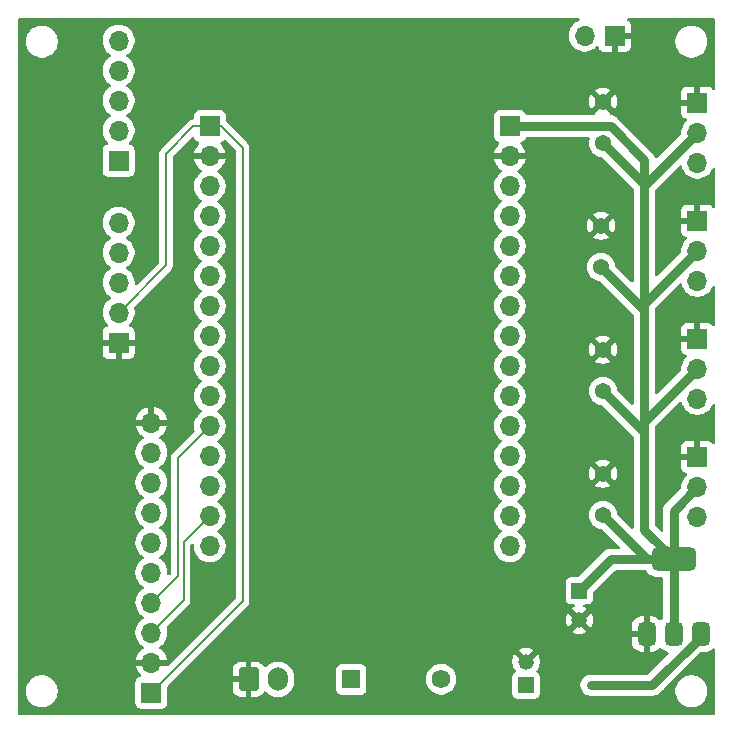
<source format=gtl>
%TF.GenerationSoftware,KiCad,Pcbnew,9.0.0*%
%TF.CreationDate,2025-04-27T01:10:23+09:00*%
%TF.ProjectId,PCB,5043422e-6b69-4636-9164-5f7063625858,rev?*%
%TF.SameCoordinates,Original*%
%TF.FileFunction,Copper,L1,Top*%
%TF.FilePolarity,Positive*%
%FSLAX46Y46*%
G04 Gerber Fmt 4.6, Leading zero omitted, Abs format (unit mm)*
G04 Created by KiCad (PCBNEW 9.0.0) date 2025-04-27 01:10:23*
%MOMM*%
%LPD*%
G01*
G04 APERTURE LIST*
G04 Aperture macros list*
%AMRoundRect*
0 Rectangle with rounded corners*
0 $1 Rounding radius*
0 $2 $3 $4 $5 $6 $7 $8 $9 X,Y pos of 4 corners*
0 Add a 4 corners polygon primitive as box body*
4,1,4,$2,$3,$4,$5,$6,$7,$8,$9,$2,$3,0*
0 Add four circle primitives for the rounded corners*
1,1,$1+$1,$2,$3*
1,1,$1+$1,$4,$5*
1,1,$1+$1,$6,$7*
1,1,$1+$1,$8,$9*
0 Add four rect primitives between the rounded corners*
20,1,$1+$1,$2,$3,$4,$5,0*
20,1,$1+$1,$4,$5,$6,$7,0*
20,1,$1+$1,$6,$7,$8,$9,0*
20,1,$1+$1,$8,$9,$2,$3,0*%
G04 Aperture macros list end*
%TA.AperFunction,ComponentPad*%
%ADD10C,1.371600*%
%TD*%
%TA.AperFunction,ComponentPad*%
%ADD11R,1.700000X1.700000*%
%TD*%
%TA.AperFunction,ComponentPad*%
%ADD12O,1.700000X1.700000*%
%TD*%
%TA.AperFunction,SMDPad,CuDef*%
%ADD13RoundRect,0.375000X0.375000X-0.625000X0.375000X0.625000X-0.375000X0.625000X-0.375000X-0.625000X0*%
%TD*%
%TA.AperFunction,SMDPad,CuDef*%
%ADD14RoundRect,0.500000X1.400000X-0.500000X1.400000X0.500000X-1.400000X0.500000X-1.400000X-0.500000X0*%
%TD*%
%TA.AperFunction,ComponentPad*%
%ADD15R,1.320800X1.320800*%
%TD*%
%TA.AperFunction,ComponentPad*%
%ADD16C,1.320800*%
%TD*%
%TA.AperFunction,ComponentPad*%
%ADD17R,1.580000X1.580000*%
%TD*%
%TA.AperFunction,ComponentPad*%
%ADD18C,1.580000*%
%TD*%
%TA.AperFunction,ComponentPad*%
%ADD19RoundRect,0.250000X-0.600000X-0.750000X0.600000X-0.750000X0.600000X0.750000X-0.600000X0.750000X0*%
%TD*%
%TA.AperFunction,ComponentPad*%
%ADD20O,1.700000X2.000000*%
%TD*%
%TA.AperFunction,ViaPad*%
%ADD21C,0.600000*%
%TD*%
%TA.AperFunction,Conductor*%
%ADD22C,0.127000*%
%TD*%
%TA.AperFunction,Conductor*%
%ADD23C,0.800000*%
%TD*%
G04 APERTURE END LIST*
D10*
%TO.P,C3,1*%
%TO.N,/+5V*%
X238000000Y-87583250D03*
%TO.P,C3,2*%
%TO.N,/GND*%
X238000000Y-84083249D03*
%TD*%
D11*
%TO.P,J7,1,Pin_1*%
%TO.N,Net-(ESP32-DEVKIT1-D5)*%
X197000000Y-68080000D03*
D12*
%TO.P,J7,2,Pin_2*%
%TO.N,Net-(ESP32-DEVKIT1-TX2)*%
X197000000Y-65540000D03*
%TO.P,J7,3,Pin_3*%
%TO.N,Net-(ESP32-DEVKIT1-RX2)*%
X197000000Y-63000000D03*
%TO.P,J7,4,Pin_4*%
%TO.N,Net-(ESP32-DEVKIT1-D4)*%
X197000000Y-60460000D03*
%TO.P,J7,5,Pin_5*%
%TO.N,Net-(ESP32-DEVKIT1-D2)*%
X197000000Y-57920000D03*
%TD*%
D11*
%TO.P,J6,1,Pin_1*%
%TO.N,/GND*%
X239000000Y-57500000D03*
D12*
%TO.P,J6,2,Pin_2*%
%TO.N,Net-(ESP32-DEVKIT1-D33)*%
X236460000Y-57500000D03*
%TD*%
D11*
%TO.P,J3,1,Pin_1*%
%TO.N,/GND*%
X246000000Y-83170000D03*
D12*
%TO.P,J3,2,Pin_2*%
%TO.N,/+5V*%
X246000000Y-85710000D03*
%TO.P,J3,3,Pin_3*%
%TO.N,Net-(ESP32-DEVKIT1-D26)*%
X246000000Y-88250000D03*
%TD*%
D10*
%TO.P,C4,1*%
%TO.N,/+5V*%
X238000000Y-66583250D03*
%TO.P,C4,2*%
%TO.N,/GND*%
X238000000Y-63083249D03*
%TD*%
D11*
%TO.P,J5,1,Pin_1*%
%TO.N,/GND*%
X246000000Y-63170000D03*
D12*
%TO.P,J5,2,Pin_2*%
%TO.N,/+5V*%
X246000000Y-65710000D03*
%TO.P,J5,3,Pin_3*%
%TO.N,Net-(ESP32-DEVKIT1-D14)*%
X246000000Y-68250000D03*
%TD*%
D11*
%TO.P,J8,1,Pin_1*%
%TO.N,/GND*%
X197000000Y-83500000D03*
D12*
%TO.P,J8,2,Pin_2*%
%TO.N,/+3.3V*%
X197000000Y-80960000D03*
%TO.P,J8,3,Pin_3*%
%TO.N,Net-(ESP32-DEVKIT1-D23)*%
X197000000Y-78420000D03*
%TO.P,J8,4,Pin_4*%
%TO.N,Net-(ESP32-DEVKIT1-D19)*%
X197000000Y-75880000D03*
%TO.P,J8,5,Pin_5*%
%TO.N,Net-(ESP32-DEVKIT1-D18)*%
X197000000Y-73340000D03*
%TD*%
D13*
%TO.P,U1,1,GND*%
%TO.N,/GND*%
X241700000Y-108150000D03*
%TO.P,U1,2,VO*%
%TO.N,/+5V*%
X244000000Y-108150000D03*
D14*
X244000000Y-101850000D03*
D13*
%TO.P,U1,3,VI*%
%TO.N,/+9V*%
X246300000Y-108150000D03*
%TD*%
D10*
%TO.P,C1,1*%
%TO.N,/+5V*%
X238000000Y-98083250D03*
%TO.P,C1,2*%
%TO.N,/GND*%
X238000000Y-94583249D03*
%TD*%
D15*
%TO.P,C6,1*%
%TO.N,/+9V*%
X231500000Y-112500000D03*
D16*
%TO.P,C6,2*%
%TO.N,/GND*%
X231500000Y-110493400D03*
%TD*%
D11*
%TO.P,J2,1,Pin_1*%
%TO.N,/GND*%
X246000000Y-93170000D03*
D12*
%TO.P,J2,2,Pin_2*%
%TO.N,/+5V*%
X246000000Y-95710000D03*
%TO.P,J2,3,Pin_3*%
%TO.N,Net-(ESP32-DEVKIT1-D25)*%
X246000000Y-98250000D03*
%TD*%
D17*
%TO.P,SW1,1A*%
%TO.N,/+9V*%
X216690000Y-112000000D03*
D18*
%TO.P,SW1,1B*%
X224310000Y-112000000D03*
%TD*%
D11*
%TO.P,ESP32-DEVKIT1,1,3v3*%
%TO.N,/+3.3V*%
X204725000Y-65160000D03*
D12*
%TO.P,ESP32-DEVKIT1,2,GND*%
%TO.N,/GND*%
X204725000Y-67700000D03*
%TO.P,ESP32-DEVKIT1,3,D15*%
%TO.N,unconnected-(ESP32-DEVKIT1-D15-Pad3)*%
X204725000Y-70240000D03*
%TO.P,ESP32-DEVKIT1,4,D2*%
%TO.N,Net-(ESP32-DEVKIT1-D2)*%
X204725000Y-72780000D03*
%TO.P,ESP32-DEVKIT1,5,D4*%
%TO.N,Net-(ESP32-DEVKIT1-D4)*%
X204725000Y-75320000D03*
%TO.P,ESP32-DEVKIT1,6,RX2*%
%TO.N,Net-(ESP32-DEVKIT1-RX2)*%
X204725000Y-77860000D03*
%TO.P,ESP32-DEVKIT1,7,TX2*%
%TO.N,Net-(ESP32-DEVKIT1-TX2)*%
X204725000Y-80400000D03*
%TO.P,ESP32-DEVKIT1,8,D5*%
%TO.N,Net-(ESP32-DEVKIT1-D5)*%
X204725000Y-82940000D03*
%TO.P,ESP32-DEVKIT1,9,D18*%
%TO.N,Net-(ESP32-DEVKIT1-D18)*%
X204725000Y-85480000D03*
%TO.P,ESP32-DEVKIT1,10,D19*%
%TO.N,Net-(ESP32-DEVKIT1-D19)*%
X204725000Y-88020000D03*
%TO.P,ESP32-DEVKIT1,11,D21*%
%TO.N,Net-(ESP32-DEVKIT1-D21)*%
X204725000Y-90560000D03*
%TO.P,ESP32-DEVKIT1,12,RX0*%
%TO.N,unconnected-(ESP32-DEVKIT1-RX0-Pad12)*%
X204725000Y-93100000D03*
%TO.P,ESP32-DEVKIT1,13,TX0*%
%TO.N,unconnected-(ESP32-DEVKIT1-TX0-Pad13)*%
X204725000Y-95640000D03*
%TO.P,ESP32-DEVKIT1,14,D22*%
%TO.N,Net-(ESP32-DEVKIT1-D22)*%
X204725000Y-98180000D03*
%TO.P,ESP32-DEVKIT1,15,D23*%
%TO.N,Net-(ESP32-DEVKIT1-D23)*%
X204725000Y-100720000D03*
D11*
%TO.P,ESP32-DEVKIT1,16,VIN*%
%TO.N,/+5V*%
X230125000Y-65160000D03*
D12*
%TO.P,ESP32-DEVKIT1,17,GND*%
%TO.N,/GND*%
X230125000Y-67700000D03*
%TO.P,ESP32-DEVKIT1,18,D13*%
%TO.N,unconnected-(ESP32-DEVKIT1-D13-Pad18)*%
X230125000Y-70240000D03*
%TO.P,ESP32-DEVKIT1,19,D12*%
%TO.N,unconnected-(ESP32-DEVKIT1-D12-Pad19)*%
X230125000Y-72780000D03*
%TO.P,ESP32-DEVKIT1,20,D14*%
%TO.N,Net-(ESP32-DEVKIT1-D14)*%
X230125000Y-75320000D03*
%TO.P,ESP32-DEVKIT1,21,D27*%
%TO.N,Net-(ESP32-DEVKIT1-D27)*%
X230125000Y-77860000D03*
%TO.P,ESP32-DEVKIT1,22,D26*%
%TO.N,Net-(ESP32-DEVKIT1-D26)*%
X230125000Y-80400000D03*
%TO.P,ESP32-DEVKIT1,23,D25*%
%TO.N,Net-(ESP32-DEVKIT1-D25)*%
X230125000Y-82940000D03*
%TO.P,ESP32-DEVKIT1,24,D33*%
%TO.N,Net-(ESP32-DEVKIT1-D33)*%
X230125000Y-85480000D03*
%TO.P,ESP32-DEVKIT1,25,D32*%
%TO.N,unconnected-(ESP32-DEVKIT1-D32-Pad25)*%
X230125000Y-88020000D03*
%TO.P,ESP32-DEVKIT1,26,D35*%
%TO.N,unconnected-(ESP32-DEVKIT1-D35-Pad26)*%
X230125000Y-90560000D03*
%TO.P,ESP32-DEVKIT1,27,D34*%
%TO.N,unconnected-(ESP32-DEVKIT1-D34-Pad27)*%
X230125000Y-93100000D03*
%TO.P,ESP32-DEVKIT1,28,VN*%
%TO.N,unconnected-(ESP32-DEVKIT1-VN-Pad28)*%
X230125000Y-95640000D03*
%TO.P,ESP32-DEVKIT1,29,VP*%
%TO.N,unconnected-(ESP32-DEVKIT1-VP-Pad29)*%
X230125000Y-98180000D03*
%TO.P,ESP32-DEVKIT1,30,EN*%
%TO.N,unconnected-(ESP32-DEVKIT1-EN-Pad30)*%
X230125000Y-100720000D03*
%TD*%
D10*
%TO.P,C2,1*%
%TO.N,/+5V*%
X237850000Y-77083250D03*
%TO.P,C2,2*%
%TO.N,/GND*%
X237850000Y-73583249D03*
%TD*%
D11*
%TO.P,J4,1,Pin_1*%
%TO.N,/GND*%
X246000000Y-73170000D03*
D12*
%TO.P,J4,2,Pin_2*%
%TO.N,/+5V*%
X246000000Y-75710000D03*
%TO.P,J4,3,Pin_3*%
%TO.N,Net-(ESP32-DEVKIT1-D27)*%
X246000000Y-78250000D03*
%TD*%
D15*
%TO.P,C7,1*%
%TO.N,/+5V*%
X236000000Y-104500000D03*
D16*
%TO.P,C7,2*%
%TO.N,/GND*%
X236000000Y-106989200D03*
%TD*%
D11*
%TO.P,MPU9250,1,VCC*%
%TO.N,/+3.3V*%
X199775000Y-113120000D03*
D12*
%TO.P,MPU9250,2,GND*%
%TO.N,/GND*%
X199775000Y-110580000D03*
%TO.P,MPU9250,3,SCL*%
%TO.N,Net-(ESP32-DEVKIT1-D22)*%
X199775000Y-108040000D03*
%TO.P,MPU9250,4,SDA*%
%TO.N,Net-(ESP32-DEVKIT1-D21)*%
X199775000Y-105500000D03*
%TO.P,MPU9250,5,EDA*%
%TO.N,unconnected-(MPU9250-EDA-Pad5)*%
X199775000Y-102960000D03*
%TO.P,MPU9250,6,ECL*%
%TO.N,unconnected-(MPU9250-ECL-Pad6)*%
X199775000Y-100420000D03*
%TO.P,MPU9250,7,ADO*%
%TO.N,unconnected-(MPU9250-ADO-Pad7)*%
X199775000Y-97880000D03*
%TO.P,MPU9250,8,INT*%
%TO.N,unconnected-(MPU9250-INT-Pad8)*%
X199775000Y-95340000D03*
%TO.P,MPU9250,9,NCS*%
%TO.N,unconnected-(MPU9250-NCS-Pad9)*%
X199775000Y-92800000D03*
%TO.P,MPU9250,10,FSYNC*%
%TO.N,/GND*%
X199775000Y-90260000D03*
%TD*%
D19*
%TO.P,J1,1,1*%
%TO.N,/GND*%
X208000000Y-112000000D03*
D20*
%TO.P,J1,2,2*%
%TO.N,/+9V*%
X210500000Y-112000000D03*
%TD*%
D21*
%TO.N,/+9V*%
X237000000Y-112500000D03*
%TD*%
D22*
%TO.N,/GND*%
X199775000Y-111225000D02*
X200000000Y-111000000D01*
X199775000Y-111385000D02*
X199775000Y-111225000D01*
%TO.N,Net-(ESP32-DEVKIT1-D21)*%
X202000000Y-103275000D02*
X202000000Y-93285000D01*
X199775000Y-105500000D02*
X202000000Y-103275000D01*
X202000000Y-93285000D02*
X204725000Y-90560000D01*
%TO.N,Net-(ESP32-DEVKIT1-D33)*%
X230020000Y-85480000D02*
X230000000Y-85500000D01*
X230125000Y-85480000D02*
X230020000Y-85480000D01*
%TO.N,Net-(ESP32-DEVKIT1-D22)*%
X199775000Y-108040000D02*
X202500000Y-105315000D01*
X202500000Y-105315000D02*
X202500000Y-100405000D01*
X202500000Y-100405000D02*
X204725000Y-98180000D01*
D23*
%TO.N,/+5V*%
X244000000Y-101850000D02*
X243500000Y-101850000D01*
X241500000Y-90000000D02*
X241500000Y-82000000D01*
X244000000Y-101850000D02*
X238650000Y-101850000D01*
X237850000Y-77083250D02*
X241500000Y-80733250D01*
X244000000Y-101850000D02*
X241766750Y-101850000D01*
D22*
X236500000Y-104500000D02*
X238650000Y-102350000D01*
D23*
X244000000Y-101850000D02*
X241500000Y-99350000D01*
X244000000Y-97710000D02*
X244000000Y-101850000D01*
X241500000Y-99350000D02*
X241500000Y-91083250D01*
X241500000Y-80210000D02*
X241500000Y-80733250D01*
X241500000Y-80733250D02*
X241500000Y-82000000D01*
X246000000Y-95710000D02*
X244000000Y-97710000D01*
X238000000Y-66583250D02*
X241500000Y-70083250D01*
D22*
X236000000Y-104500000D02*
X236500000Y-104500000D01*
D23*
X238000000Y-98083250D02*
X238000000Y-98000000D01*
X244000000Y-101850000D02*
X244000000Y-108150000D01*
X241500000Y-91083250D02*
X238000000Y-87583250D01*
X241500000Y-71000000D02*
X241500000Y-73000000D01*
D22*
X243325000Y-101675000D02*
X243000000Y-101350000D01*
D23*
X246000000Y-85710000D02*
X241500000Y-90210000D01*
X246000000Y-65710000D02*
X241500000Y-70210000D01*
X241500000Y-91083250D02*
X241500000Y-90000000D01*
X241500000Y-90210000D02*
X241500000Y-91083250D01*
X241500000Y-82000000D02*
X241500000Y-78500000D01*
X241500000Y-70210000D02*
X241500000Y-71000000D01*
X241766750Y-101850000D02*
X238000000Y-98083250D01*
X241500000Y-78500000D02*
X241500000Y-73000000D01*
X238650000Y-101850000D02*
X236000000Y-104500000D01*
D22*
X242266750Y-102350000D02*
X244000000Y-102350000D01*
D23*
X246000000Y-75710000D02*
X241500000Y-80210000D01*
X238659999Y-65160000D02*
X241500000Y-68000001D01*
X230125000Y-65160000D02*
X238659999Y-65160000D01*
X241500000Y-73000000D02*
X241500000Y-68000001D01*
X241500000Y-70083250D02*
X241500000Y-71000000D01*
X241500000Y-89000001D02*
X241500000Y-90000000D01*
D22*
X244000000Y-102350000D02*
X243325000Y-101675000D01*
D23*
%TO.N,/+9V*%
X237000000Y-112500000D02*
X242171694Y-112500000D01*
X242171694Y-112500000D02*
X246300000Y-108371694D01*
X246300000Y-108700000D02*
X246300000Y-108650000D01*
X246300000Y-108371694D02*
X246300000Y-108150000D01*
D22*
%TO.N,/+3.3V*%
X204725000Y-65160000D02*
X205660000Y-65160000D01*
X203340000Y-65160000D02*
X201000000Y-67500000D01*
X205660000Y-65160000D02*
X207500000Y-67000000D01*
X201000000Y-76960000D02*
X197000000Y-80960000D01*
X207500000Y-105395000D02*
X199775000Y-113120000D01*
X201000000Y-67500000D02*
X201000000Y-76960000D01*
X204725000Y-65160000D02*
X203340000Y-65160000D01*
X207500000Y-67000000D02*
X207500000Y-105395000D01*
%TD*%
%TA.AperFunction,Conductor*%
%TO.N,/GND*%
G36*
X206058834Y-66363554D02*
G01*
X206087090Y-66384706D01*
X206899681Y-67197297D01*
X206933166Y-67258620D01*
X206936000Y-67284978D01*
X206936000Y-105110021D01*
X206916315Y-105177060D01*
X206899681Y-105197702D01*
X201273160Y-110824221D01*
X201211837Y-110857706D01*
X201142145Y-110852722D01*
X201109669Y-110830000D01*
X200208012Y-110830000D01*
X200240925Y-110772993D01*
X200275000Y-110645826D01*
X200275000Y-110514174D01*
X200240925Y-110387007D01*
X200208012Y-110330000D01*
X201102231Y-110330000D01*
X201091757Y-110263873D01*
X201091757Y-110263870D01*
X201026095Y-110061782D01*
X200929620Y-109872442D01*
X200804727Y-109700540D01*
X200804723Y-109700535D01*
X200654464Y-109550276D01*
X200654459Y-109550272D01*
X200482555Y-109425377D01*
X200473500Y-109420763D01*
X200422706Y-109372788D01*
X200405912Y-109304966D01*
X200428451Y-109238832D01*
X200473508Y-109199793D01*
X200482816Y-109195051D01*
X200637030Y-109083009D01*
X200654786Y-109070109D01*
X200654788Y-109070106D01*
X200654792Y-109070104D01*
X200805104Y-108919792D01*
X200805106Y-108919788D01*
X200805109Y-108919786D01*
X200930048Y-108747820D01*
X200930047Y-108747820D01*
X200930051Y-108747816D01*
X201026557Y-108558412D01*
X201092246Y-108356243D01*
X201125500Y-108146287D01*
X201125500Y-107933713D01*
X201092246Y-107723757D01*
X201065847Y-107642513D01*
X201063853Y-107572675D01*
X201096096Y-107516518D01*
X202836094Y-105776521D01*
X202836099Y-105776517D01*
X202846302Y-105766313D01*
X202846304Y-105766313D01*
X202951313Y-105661304D01*
X203025565Y-105532696D01*
X203029517Y-105517946D01*
X203064000Y-105389253D01*
X203064000Y-105240747D01*
X203064000Y-100689977D01*
X203072644Y-100660536D01*
X203079168Y-100630550D01*
X203082922Y-100625534D01*
X203083685Y-100622938D01*
X203100315Y-100602300D01*
X203162820Y-100539795D01*
X203224142Y-100506311D01*
X203293834Y-100511295D01*
X203349767Y-100553167D01*
X203374184Y-100618631D01*
X203374500Y-100627477D01*
X203374500Y-100826286D01*
X203404871Y-101018045D01*
X203407754Y-101036243D01*
X203452053Y-101172582D01*
X203473444Y-101238414D01*
X203569951Y-101427820D01*
X203694890Y-101599786D01*
X203845213Y-101750109D01*
X204017179Y-101875048D01*
X204017181Y-101875049D01*
X204017184Y-101875051D01*
X204206588Y-101971557D01*
X204408757Y-102037246D01*
X204618713Y-102070500D01*
X204618714Y-102070500D01*
X204831286Y-102070500D01*
X204831287Y-102070500D01*
X205041243Y-102037246D01*
X205243412Y-101971557D01*
X205432816Y-101875051D01*
X205535447Y-101800486D01*
X205604786Y-101750109D01*
X205604788Y-101750106D01*
X205604792Y-101750104D01*
X205755104Y-101599792D01*
X205755106Y-101599788D01*
X205755109Y-101599786D01*
X205880048Y-101427820D01*
X205880047Y-101427820D01*
X205880051Y-101427816D01*
X205976557Y-101238412D01*
X206042246Y-101036243D01*
X206075500Y-100826287D01*
X206075500Y-100613713D01*
X206042246Y-100403757D01*
X205976557Y-100201588D01*
X205880051Y-100012184D01*
X205880049Y-100012181D01*
X205880048Y-100012179D01*
X205755109Y-99840213D01*
X205604786Y-99689890D01*
X205432820Y-99564951D01*
X205432115Y-99564591D01*
X205424054Y-99560485D01*
X205373259Y-99512512D01*
X205356463Y-99444692D01*
X205378999Y-99378556D01*
X205424054Y-99339515D01*
X205432816Y-99335051D01*
X205455828Y-99318332D01*
X205604786Y-99210109D01*
X205604788Y-99210106D01*
X205604792Y-99210104D01*
X205755104Y-99059792D01*
X205755106Y-99059788D01*
X205755109Y-99059786D01*
X205880048Y-98887820D01*
X205880047Y-98887820D01*
X205880051Y-98887816D01*
X205976557Y-98698412D01*
X206042246Y-98496243D01*
X206075500Y-98286287D01*
X206075500Y-98073713D01*
X206042246Y-97863757D01*
X205976557Y-97661588D01*
X205880051Y-97472184D01*
X205880049Y-97472181D01*
X205880048Y-97472179D01*
X205755109Y-97300213D01*
X205604786Y-97149890D01*
X205432820Y-97024951D01*
X205432115Y-97024591D01*
X205424054Y-97020485D01*
X205373259Y-96972512D01*
X205356463Y-96904692D01*
X205378999Y-96838556D01*
X205424054Y-96799515D01*
X205432816Y-96795051D01*
X205535447Y-96720486D01*
X205604786Y-96670109D01*
X205604788Y-96670106D01*
X205604792Y-96670104D01*
X205755104Y-96519792D01*
X205755106Y-96519788D01*
X205755109Y-96519786D01*
X205880048Y-96347820D01*
X205880047Y-96347820D01*
X205880051Y-96347816D01*
X205976557Y-96158412D01*
X206042246Y-95956243D01*
X206075500Y-95746287D01*
X206075500Y-95533713D01*
X206042246Y-95323757D01*
X205976557Y-95121588D01*
X205880051Y-94932184D01*
X205880049Y-94932181D01*
X205880048Y-94932179D01*
X205755109Y-94760213D01*
X205604786Y-94609890D01*
X205432820Y-94484951D01*
X205432115Y-94484591D01*
X205424054Y-94480485D01*
X205373259Y-94432512D01*
X205356463Y-94364692D01*
X205378999Y-94298556D01*
X205424054Y-94259515D01*
X205432816Y-94255051D01*
X205529304Y-94184949D01*
X205604786Y-94130109D01*
X205604788Y-94130106D01*
X205604792Y-94130104D01*
X205755104Y-93979792D01*
X205755106Y-93979788D01*
X205755109Y-93979786D01*
X205880048Y-93807820D01*
X205880047Y-93807820D01*
X205880051Y-93807816D01*
X205976557Y-93618412D01*
X206042246Y-93416243D01*
X206075500Y-93206287D01*
X206075500Y-92993713D01*
X206042246Y-92783757D01*
X205976557Y-92581588D01*
X205880051Y-92392184D01*
X205880049Y-92392181D01*
X205880048Y-92392179D01*
X205755109Y-92220213D01*
X205604786Y-92069890D01*
X205432820Y-91944951D01*
X205432115Y-91944591D01*
X205424054Y-91940485D01*
X205373259Y-91892512D01*
X205356463Y-91824692D01*
X205378999Y-91758556D01*
X205424054Y-91719515D01*
X205432816Y-91715051D01*
X205535838Y-91640202D01*
X205604786Y-91590109D01*
X205604788Y-91590106D01*
X205604792Y-91590104D01*
X205755104Y-91439792D01*
X205755106Y-91439788D01*
X205755109Y-91439786D01*
X205880048Y-91267820D01*
X205880047Y-91267820D01*
X205880051Y-91267816D01*
X205976557Y-91078412D01*
X206042246Y-90876243D01*
X206075500Y-90666287D01*
X206075500Y-90453713D01*
X206042246Y-90243757D01*
X205976557Y-90041588D01*
X205880051Y-89852184D01*
X205880049Y-89852181D01*
X205880048Y-89852179D01*
X205755109Y-89680213D01*
X205604786Y-89529890D01*
X205432820Y-89404951D01*
X205432115Y-89404591D01*
X205424054Y-89400485D01*
X205373259Y-89352512D01*
X205356463Y-89284692D01*
X205378999Y-89218556D01*
X205424054Y-89179515D01*
X205432816Y-89175051D01*
X205495110Y-89129792D01*
X205604786Y-89050109D01*
X205604788Y-89050106D01*
X205604792Y-89050104D01*
X205755104Y-88899792D01*
X205755106Y-88899788D01*
X205755109Y-88899786D01*
X205880048Y-88727820D01*
X205880047Y-88727820D01*
X205880051Y-88727816D01*
X205976557Y-88538412D01*
X206042246Y-88336243D01*
X206075500Y-88126287D01*
X206075500Y-87913713D01*
X206042246Y-87703757D01*
X205976557Y-87501588D01*
X205880051Y-87312184D01*
X205880049Y-87312181D01*
X205880048Y-87312179D01*
X205755109Y-87140213D01*
X205604786Y-86989890D01*
X205432820Y-86864951D01*
X205432115Y-86864591D01*
X205424054Y-86860485D01*
X205373259Y-86812512D01*
X205356463Y-86744692D01*
X205378999Y-86678556D01*
X205424054Y-86639515D01*
X205432816Y-86635051D01*
X205495110Y-86589792D01*
X205604786Y-86510109D01*
X205604788Y-86510106D01*
X205604792Y-86510104D01*
X205755104Y-86359792D01*
X205755106Y-86359788D01*
X205755109Y-86359786D01*
X205880048Y-86187820D01*
X205880047Y-86187820D01*
X205880051Y-86187816D01*
X205976557Y-85998412D01*
X206042246Y-85796243D01*
X206075500Y-85586287D01*
X206075500Y-85373713D01*
X206042246Y-85163757D01*
X205976557Y-84961588D01*
X205880051Y-84772184D01*
X205880049Y-84772181D01*
X205880048Y-84772179D01*
X205755109Y-84600213D01*
X205604786Y-84449890D01*
X205432820Y-84324951D01*
X205432115Y-84324591D01*
X205424054Y-84320485D01*
X205373259Y-84272512D01*
X205356463Y-84204692D01*
X205378999Y-84138556D01*
X205424054Y-84099515D01*
X205432816Y-84095051D01*
X205454789Y-84079086D01*
X205604786Y-83970109D01*
X205604788Y-83970106D01*
X205604792Y-83970104D01*
X205755104Y-83819792D01*
X205755106Y-83819788D01*
X205755109Y-83819786D01*
X205880048Y-83647820D01*
X205880047Y-83647820D01*
X205880051Y-83647816D01*
X205976557Y-83458412D01*
X206042246Y-83256243D01*
X206075500Y-83046287D01*
X206075500Y-82833713D01*
X206042246Y-82623757D01*
X205976557Y-82421588D01*
X205880051Y-82232184D01*
X205880049Y-82232181D01*
X205880048Y-82232179D01*
X205755109Y-82060213D01*
X205604786Y-81909890D01*
X205432820Y-81784951D01*
X205432115Y-81784591D01*
X205424054Y-81780485D01*
X205373259Y-81732512D01*
X205356463Y-81664692D01*
X205378999Y-81598556D01*
X205424054Y-81559515D01*
X205432816Y-81555051D01*
X205538299Y-81478414D01*
X205604786Y-81430109D01*
X205604788Y-81430106D01*
X205604792Y-81430104D01*
X205755104Y-81279792D01*
X205755106Y-81279788D01*
X205755109Y-81279786D01*
X205880048Y-81107820D01*
X205880047Y-81107820D01*
X205880051Y-81107816D01*
X205976557Y-80918412D01*
X206042246Y-80716243D01*
X206075500Y-80506287D01*
X206075500Y-80293713D01*
X206042246Y-80083757D01*
X205976557Y-79881588D01*
X205880051Y-79692184D01*
X205880049Y-79692181D01*
X205880048Y-79692179D01*
X205755109Y-79520213D01*
X205604786Y-79369890D01*
X205432820Y-79244951D01*
X205432115Y-79244591D01*
X205424054Y-79240485D01*
X205373259Y-79192512D01*
X205356463Y-79124692D01*
X205378999Y-79058556D01*
X205424054Y-79019515D01*
X205432816Y-79015051D01*
X205454789Y-78999086D01*
X205604786Y-78890109D01*
X205604788Y-78890106D01*
X205604792Y-78890104D01*
X205755104Y-78739792D01*
X205755106Y-78739788D01*
X205755109Y-78739786D01*
X205880048Y-78567820D01*
X205880047Y-78567820D01*
X205880051Y-78567816D01*
X205976557Y-78378412D01*
X206042246Y-78176243D01*
X206075500Y-77966287D01*
X206075500Y-77753713D01*
X206042246Y-77543757D01*
X205976557Y-77341588D01*
X205880051Y-77152184D01*
X205880049Y-77152181D01*
X205880048Y-77152179D01*
X205755109Y-76980213D01*
X205604786Y-76829890D01*
X205432820Y-76704951D01*
X205432115Y-76704591D01*
X205424054Y-76700485D01*
X205373259Y-76652512D01*
X205356463Y-76584692D01*
X205378999Y-76518556D01*
X205424054Y-76479515D01*
X205432816Y-76475051D01*
X205454789Y-76459086D01*
X205604786Y-76350109D01*
X205604788Y-76350106D01*
X205604792Y-76350104D01*
X205755104Y-76199792D01*
X205755106Y-76199788D01*
X205755109Y-76199786D01*
X205880048Y-76027820D01*
X205880047Y-76027820D01*
X205880051Y-76027816D01*
X205976557Y-75838412D01*
X206042246Y-75636243D01*
X206075500Y-75426287D01*
X206075500Y-75213713D01*
X206042246Y-75003757D01*
X205976557Y-74801588D01*
X205880051Y-74612184D01*
X205880049Y-74612181D01*
X205880048Y-74612179D01*
X205755109Y-74440213D01*
X205604786Y-74289890D01*
X205432820Y-74164951D01*
X205432115Y-74164591D01*
X205424054Y-74160485D01*
X205373259Y-74112512D01*
X205356463Y-74044692D01*
X205378999Y-73978556D01*
X205424054Y-73939515D01*
X205432816Y-73935051D01*
X205538299Y-73858414D01*
X205604786Y-73810109D01*
X205604788Y-73810106D01*
X205604792Y-73810104D01*
X205755104Y-73659792D01*
X205755106Y-73659788D01*
X205755109Y-73659786D01*
X205880048Y-73487820D01*
X205880049Y-73487819D01*
X205880051Y-73487816D01*
X205976557Y-73298412D01*
X206042246Y-73096243D01*
X206075500Y-72886287D01*
X206075500Y-72673713D01*
X206042246Y-72463757D01*
X205976557Y-72261588D01*
X205880051Y-72072184D01*
X205880049Y-72072181D01*
X205880048Y-72072179D01*
X205755109Y-71900213D01*
X205604786Y-71749890D01*
X205432820Y-71624951D01*
X205432115Y-71624591D01*
X205424054Y-71620485D01*
X205373259Y-71572512D01*
X205356463Y-71504692D01*
X205378999Y-71438556D01*
X205424054Y-71399515D01*
X205432816Y-71395051D01*
X205454789Y-71379086D01*
X205604786Y-71270109D01*
X205604788Y-71270106D01*
X205604792Y-71270104D01*
X205755104Y-71119792D01*
X205755106Y-71119788D01*
X205755109Y-71119786D01*
X205880048Y-70947820D01*
X205880047Y-70947820D01*
X205880051Y-70947816D01*
X205976557Y-70758412D01*
X206042246Y-70556243D01*
X206075500Y-70346287D01*
X206075500Y-70133713D01*
X206042246Y-69923757D01*
X205976557Y-69721588D01*
X205880051Y-69532184D01*
X205880049Y-69532181D01*
X205880048Y-69532179D01*
X205755109Y-69360213D01*
X205604786Y-69209890D01*
X205432817Y-69084949D01*
X205423504Y-69080204D01*
X205372707Y-69032230D01*
X205355912Y-68964409D01*
X205378449Y-68898274D01*
X205423507Y-68859232D01*
X205432558Y-68854620D01*
X205604459Y-68729727D01*
X205604464Y-68729723D01*
X205754723Y-68579464D01*
X205754727Y-68579459D01*
X205879620Y-68407557D01*
X205976095Y-68218217D01*
X206041757Y-68016129D01*
X206041757Y-68016126D01*
X206052231Y-67950000D01*
X205158012Y-67950000D01*
X205190925Y-67892993D01*
X205225000Y-67765826D01*
X205225000Y-67634174D01*
X205190925Y-67507007D01*
X205158012Y-67450000D01*
X206052231Y-67450000D01*
X206041757Y-67383873D01*
X206041757Y-67383870D01*
X205976095Y-67181782D01*
X205879620Y-66992442D01*
X205754727Y-66820540D01*
X205754723Y-66820535D01*
X205641053Y-66706865D01*
X205607568Y-66645542D01*
X205612552Y-66575850D01*
X205654424Y-66519917D01*
X205685400Y-66503002D01*
X205817331Y-66453796D01*
X205925100Y-66373119D01*
X205990561Y-66348703D01*
X206058834Y-66363554D01*
G37*
%TD.AperFunction*%
%TA.AperFunction,Conductor*%
G36*
X235988813Y-56020185D02*
G01*
X236034568Y-56072989D01*
X236044512Y-56142147D01*
X236015487Y-56205703D01*
X235960093Y-56242430D01*
X235941588Y-56248443D01*
X235941585Y-56248444D01*
X235752179Y-56344951D01*
X235580213Y-56469890D01*
X235429890Y-56620213D01*
X235304951Y-56792179D01*
X235208444Y-56981585D01*
X235208443Y-56981587D01*
X235208443Y-56981588D01*
X235175598Y-57082672D01*
X235142753Y-57183760D01*
X235123240Y-57306961D01*
X235109500Y-57393713D01*
X235109500Y-57606287D01*
X235119534Y-57669644D01*
X235142753Y-57816239D01*
X235208444Y-58018414D01*
X235304951Y-58207820D01*
X235429890Y-58379786D01*
X235580213Y-58530109D01*
X235752179Y-58655048D01*
X235752181Y-58655049D01*
X235752184Y-58655051D01*
X235941588Y-58751557D01*
X236143757Y-58817246D01*
X236353713Y-58850500D01*
X236353714Y-58850500D01*
X236566286Y-58850500D01*
X236566287Y-58850500D01*
X236776243Y-58817246D01*
X236978412Y-58751557D01*
X237167816Y-58655051D01*
X237254478Y-58592088D01*
X237339784Y-58530110D01*
X237339784Y-58530109D01*
X237339792Y-58530104D01*
X237453717Y-58416178D01*
X237515036Y-58382696D01*
X237584728Y-58387680D01*
X237640662Y-58429551D01*
X237657577Y-58460528D01*
X237706646Y-58592088D01*
X237706649Y-58592093D01*
X237792809Y-58707187D01*
X237792812Y-58707190D01*
X237907906Y-58793350D01*
X237907913Y-58793354D01*
X238042620Y-58843596D01*
X238042627Y-58843598D01*
X238102155Y-58849999D01*
X238102172Y-58850000D01*
X238750000Y-58850000D01*
X238750000Y-57933012D01*
X238807007Y-57965925D01*
X238934174Y-58000000D01*
X239065826Y-58000000D01*
X239192993Y-57965925D01*
X239250000Y-57933012D01*
X239250000Y-58850000D01*
X239897828Y-58850000D01*
X239897844Y-58849999D01*
X239957372Y-58843598D01*
X239957379Y-58843596D01*
X240092086Y-58793354D01*
X240092093Y-58793350D01*
X240207187Y-58707190D01*
X240207190Y-58707187D01*
X240293350Y-58592093D01*
X240293354Y-58592086D01*
X240343596Y-58457379D01*
X240343598Y-58457372D01*
X240349999Y-58397844D01*
X240350000Y-58397827D01*
X240350000Y-57893713D01*
X244149500Y-57893713D01*
X244149500Y-58106286D01*
X244170082Y-58236239D01*
X244182754Y-58316243D01*
X244229635Y-58460528D01*
X244248444Y-58518414D01*
X244344951Y-58707820D01*
X244469890Y-58879786D01*
X244620213Y-59030109D01*
X244792179Y-59155048D01*
X244792181Y-59155049D01*
X244792184Y-59155051D01*
X244981588Y-59251557D01*
X245183757Y-59317246D01*
X245393713Y-59350500D01*
X245393714Y-59350500D01*
X245606286Y-59350500D01*
X245606287Y-59350500D01*
X245816243Y-59317246D01*
X246018412Y-59251557D01*
X246207816Y-59155051D01*
X246245749Y-59127491D01*
X246379786Y-59030109D01*
X246379788Y-59030106D01*
X246379792Y-59030104D01*
X246530104Y-58879792D01*
X246530106Y-58879788D01*
X246530109Y-58879786D01*
X246655048Y-58707820D01*
X246655047Y-58707820D01*
X246655051Y-58707816D01*
X246751557Y-58518412D01*
X246817246Y-58316243D01*
X246850500Y-58106287D01*
X246850500Y-57893713D01*
X246817246Y-57683757D01*
X246751557Y-57481588D01*
X246655051Y-57292184D01*
X246655049Y-57292181D01*
X246655048Y-57292179D01*
X246530109Y-57120213D01*
X246379786Y-56969890D01*
X246207820Y-56844951D01*
X246018414Y-56748444D01*
X246018413Y-56748443D01*
X246018412Y-56748443D01*
X245816243Y-56682754D01*
X245816241Y-56682753D01*
X245816240Y-56682753D01*
X245654957Y-56657208D01*
X245606287Y-56649500D01*
X245393713Y-56649500D01*
X245345042Y-56657208D01*
X245183760Y-56682753D01*
X244981585Y-56748444D01*
X244792179Y-56844951D01*
X244620213Y-56969890D01*
X244469890Y-57120213D01*
X244344951Y-57292179D01*
X244248444Y-57481585D01*
X244248443Y-57481587D01*
X244248443Y-57481588D01*
X244223953Y-57556961D01*
X244182753Y-57683760D01*
X244149500Y-57893713D01*
X240350000Y-57893713D01*
X240350000Y-57750000D01*
X239433012Y-57750000D01*
X239465925Y-57692993D01*
X239500000Y-57565826D01*
X239500000Y-57434174D01*
X239465925Y-57307007D01*
X239433012Y-57250000D01*
X240350000Y-57250000D01*
X240350000Y-56602172D01*
X240349999Y-56602155D01*
X240343598Y-56542627D01*
X240343596Y-56542620D01*
X240293354Y-56407913D01*
X240293350Y-56407906D01*
X240207190Y-56292812D01*
X240207187Y-56292809D01*
X240114958Y-56223766D01*
X240073087Y-56167832D01*
X240068103Y-56098141D01*
X240101589Y-56036818D01*
X240162912Y-56003334D01*
X240189269Y-56000500D01*
X247375500Y-56000500D01*
X247442539Y-56020185D01*
X247488294Y-56072989D01*
X247499500Y-56124500D01*
X247499500Y-61980730D01*
X247479815Y-62047769D01*
X247427011Y-62093524D01*
X247357853Y-62103468D01*
X247294297Y-62074443D01*
X247276234Y-62055042D01*
X247207187Y-61962809D01*
X247092093Y-61876649D01*
X247092086Y-61876645D01*
X246957379Y-61826403D01*
X246957372Y-61826401D01*
X246897844Y-61820000D01*
X246250000Y-61820000D01*
X246250000Y-62736988D01*
X246192993Y-62704075D01*
X246065826Y-62670000D01*
X245934174Y-62670000D01*
X245807007Y-62704075D01*
X245750000Y-62736988D01*
X245750000Y-61820000D01*
X245102155Y-61820000D01*
X245042627Y-61826401D01*
X245042620Y-61826403D01*
X244907913Y-61876645D01*
X244907906Y-61876649D01*
X244792812Y-61962809D01*
X244792809Y-61962812D01*
X244706649Y-62077906D01*
X244706645Y-62077913D01*
X244656403Y-62212620D01*
X244656401Y-62212627D01*
X244650000Y-62272155D01*
X244650000Y-62920000D01*
X245566988Y-62920000D01*
X245534075Y-62977007D01*
X245500000Y-63104174D01*
X245500000Y-63235826D01*
X245534075Y-63362993D01*
X245566988Y-63420000D01*
X244650000Y-63420000D01*
X244650000Y-64067844D01*
X244656401Y-64127372D01*
X244656403Y-64127379D01*
X244706645Y-64262086D01*
X244706649Y-64262093D01*
X244792809Y-64377187D01*
X244792812Y-64377190D01*
X244907906Y-64463350D01*
X244907913Y-64463354D01*
X245039470Y-64512422D01*
X245095404Y-64554293D01*
X245119821Y-64619758D01*
X245104969Y-64688031D01*
X245083819Y-64716285D01*
X244969889Y-64830215D01*
X244844951Y-65002179D01*
X244748444Y-65191585D01*
X244682753Y-65393760D01*
X244649500Y-65603713D01*
X244649500Y-65735638D01*
X244629815Y-65802677D01*
X244613181Y-65823319D01*
X242585227Y-67851272D01*
X242584136Y-67851867D01*
X242583520Y-67852947D01*
X242553548Y-67868570D01*
X242523904Y-67884757D01*
X242522664Y-67884668D01*
X242521562Y-67885243D01*
X242487926Y-67882184D01*
X242454212Y-67879773D01*
X242453216Y-67879027D01*
X242451980Y-67878915D01*
X242425336Y-67858156D01*
X242398279Y-67837901D01*
X242397525Y-67836488D01*
X242396864Y-67835973D01*
X242395172Y-67832079D01*
X242380550Y-67804676D01*
X242377643Y-67796398D01*
X242365895Y-67737335D01*
X242308124Y-67597865D01*
X242298013Y-67573454D01*
X242235383Y-67479722D01*
X242199464Y-67425965D01*
X242199462Y-67425963D01*
X242199460Y-67425960D01*
X239234034Y-64460535D01*
X239234029Y-64460531D01*
X239180244Y-64424594D01*
X239180237Y-64424590D01*
X239174958Y-64421063D01*
X239086546Y-64361987D01*
X238978531Y-64317246D01*
X238973143Y-64315014D01*
X238973141Y-64315013D01*
X238922665Y-64294105D01*
X238922657Y-64294103D01*
X238742716Y-64258311D01*
X238743127Y-64256239D01*
X238687222Y-64233653D01*
X238646873Y-64176611D01*
X238640563Y-64126696D01*
X238644162Y-64080964D01*
X238073724Y-63510526D01*
X238166669Y-63485623D01*
X238265131Y-63428775D01*
X238345526Y-63348380D01*
X238402374Y-63249918D01*
X238427278Y-63156973D01*
X238997716Y-63727411D01*
X238997717Y-63727411D01*
X239014186Y-63704745D01*
X239098922Y-63538440D01*
X239156602Y-63360921D01*
X239185800Y-63176579D01*
X239185800Y-62989918D01*
X239156602Y-62805576D01*
X239098922Y-62628057D01*
X239014186Y-62461753D01*
X238997716Y-62439085D01*
X238997716Y-62439084D01*
X238427277Y-63009523D01*
X238402374Y-62916580D01*
X238345526Y-62818118D01*
X238265131Y-62737723D01*
X238166669Y-62680875D01*
X238073724Y-62655971D01*
X238548524Y-62181170D01*
X238644162Y-62085531D01*
X238621491Y-62069060D01*
X238455191Y-61984326D01*
X238277672Y-61926646D01*
X238093330Y-61897449D01*
X237906670Y-61897449D01*
X237722327Y-61926646D01*
X237544808Y-61984326D01*
X237378502Y-62069063D01*
X237355836Y-62085531D01*
X237355835Y-62085531D01*
X237926275Y-62655970D01*
X237833331Y-62680875D01*
X237734869Y-62737723D01*
X237654474Y-62818118D01*
X237597626Y-62916580D01*
X237572722Y-63009524D01*
X237002282Y-62439084D01*
X237002282Y-62439085D01*
X236985814Y-62461751D01*
X236901077Y-62628057D01*
X236843397Y-62805576D01*
X236814200Y-62989918D01*
X236814200Y-63176579D01*
X236843397Y-63360921D01*
X236901077Y-63538440D01*
X236985811Y-63704740D01*
X237002282Y-63727411D01*
X237572721Y-63156972D01*
X237597626Y-63249918D01*
X237654474Y-63348380D01*
X237734869Y-63428775D01*
X237833331Y-63485623D01*
X237926275Y-63510527D01*
X237355835Y-64080965D01*
X237359362Y-64125772D01*
X237344998Y-64194149D01*
X237295946Y-64243905D01*
X237235744Y-64259500D01*
X231576440Y-64259500D01*
X231509401Y-64239815D01*
X231463646Y-64187011D01*
X231460258Y-64178833D01*
X231418797Y-64067671D01*
X231418793Y-64067664D01*
X231332547Y-63952455D01*
X231332544Y-63952452D01*
X231217335Y-63866206D01*
X231217328Y-63866202D01*
X231082482Y-63815908D01*
X231082483Y-63815908D01*
X231022883Y-63809501D01*
X231022881Y-63809500D01*
X231022873Y-63809500D01*
X231022864Y-63809500D01*
X229227129Y-63809500D01*
X229227123Y-63809501D01*
X229167516Y-63815908D01*
X229032671Y-63866202D01*
X229032664Y-63866206D01*
X228917455Y-63952452D01*
X228917452Y-63952455D01*
X228831206Y-64067664D01*
X228831202Y-64067671D01*
X228780908Y-64202517D01*
X228774501Y-64262116D01*
X228774501Y-64262123D01*
X228774500Y-64262135D01*
X228774500Y-66057870D01*
X228774501Y-66057876D01*
X228780908Y-66117483D01*
X228831202Y-66252328D01*
X228831206Y-66252335D01*
X228917452Y-66367544D01*
X228917455Y-66367547D01*
X229032664Y-66453793D01*
X229032671Y-66453797D01*
X229032674Y-66453798D01*
X229164598Y-66503002D01*
X229220531Y-66544873D01*
X229244949Y-66610337D01*
X229230098Y-66678610D01*
X229208947Y-66706865D01*
X229095271Y-66820541D01*
X228970379Y-66992442D01*
X228873904Y-67181782D01*
X228808242Y-67383870D01*
X228808242Y-67383873D01*
X228797769Y-67450000D01*
X229691988Y-67450000D01*
X229659075Y-67507007D01*
X229625000Y-67634174D01*
X229625000Y-67765826D01*
X229659075Y-67892993D01*
X229691988Y-67950000D01*
X228797769Y-67950000D01*
X228808242Y-68016126D01*
X228808242Y-68016129D01*
X228873904Y-68218217D01*
X228970379Y-68407557D01*
X229095272Y-68579459D01*
X229095276Y-68579464D01*
X229245535Y-68729723D01*
X229245540Y-68729727D01*
X229417444Y-68854622D01*
X229426495Y-68859234D01*
X229477292Y-68907208D01*
X229494087Y-68975029D01*
X229471550Y-69041164D01*
X229426499Y-69080202D01*
X229417182Y-69084949D01*
X229245213Y-69209890D01*
X229094890Y-69360213D01*
X228969951Y-69532179D01*
X228873444Y-69721585D01*
X228807753Y-69923760D01*
X228774500Y-70133713D01*
X228774500Y-70346286D01*
X228807753Y-70556239D01*
X228873444Y-70758414D01*
X228969951Y-70947820D01*
X229094890Y-71119786D01*
X229245213Y-71270109D01*
X229417182Y-71395050D01*
X229425946Y-71399516D01*
X229476742Y-71447491D01*
X229493536Y-71515312D01*
X229470998Y-71581447D01*
X229425946Y-71620484D01*
X229417182Y-71624949D01*
X229245213Y-71749890D01*
X229094890Y-71900213D01*
X228969951Y-72072179D01*
X228873444Y-72261585D01*
X228807753Y-72463760D01*
X228777910Y-72652183D01*
X228774500Y-72673713D01*
X228774500Y-72886287D01*
X228807754Y-73096243D01*
X228872659Y-73296000D01*
X228873444Y-73298414D01*
X228969951Y-73487820D01*
X229094890Y-73659786D01*
X229245213Y-73810109D01*
X229417182Y-73935050D01*
X229425946Y-73939516D01*
X229476742Y-73987491D01*
X229493536Y-74055312D01*
X229470998Y-74121447D01*
X229425946Y-74160484D01*
X229417182Y-74164949D01*
X229245213Y-74289890D01*
X229094890Y-74440213D01*
X228969951Y-74612179D01*
X228873444Y-74801585D01*
X228807753Y-75003760D01*
X228774500Y-75213713D01*
X228774500Y-75426286D01*
X228807753Y-75636239D01*
X228873444Y-75838414D01*
X228969951Y-76027820D01*
X229094890Y-76199786D01*
X229245213Y-76350109D01*
X229417182Y-76475050D01*
X229425946Y-76479516D01*
X229476742Y-76527491D01*
X229493536Y-76595312D01*
X229470998Y-76661447D01*
X229425946Y-76700484D01*
X229417182Y-76704949D01*
X229245213Y-76829890D01*
X229094890Y-76980213D01*
X228969951Y-77152179D01*
X228873444Y-77341585D01*
X228807753Y-77543760D01*
X228774500Y-77753713D01*
X228774500Y-77966286D01*
X228802601Y-78143713D01*
X228807754Y-78176243D01*
X228871581Y-78372682D01*
X228873444Y-78378414D01*
X228969951Y-78567820D01*
X229094890Y-78739786D01*
X229245213Y-78890109D01*
X229417182Y-79015050D01*
X229425946Y-79019516D01*
X229476742Y-79067491D01*
X229493536Y-79135312D01*
X229470998Y-79201447D01*
X229425946Y-79240484D01*
X229417182Y-79244949D01*
X229245213Y-79369890D01*
X229094890Y-79520213D01*
X228969951Y-79692179D01*
X228873444Y-79881585D01*
X228807753Y-80083760D01*
X228774500Y-80293713D01*
X228774500Y-80506286D01*
X228807753Y-80716239D01*
X228873444Y-80918414D01*
X228969951Y-81107820D01*
X229094890Y-81279786D01*
X229245213Y-81430109D01*
X229417182Y-81555050D01*
X229425946Y-81559516D01*
X229476742Y-81607491D01*
X229493536Y-81675312D01*
X229470998Y-81741447D01*
X229425946Y-81780484D01*
X229417182Y-81784949D01*
X229245213Y-81909890D01*
X229094890Y-82060213D01*
X228969951Y-82232179D01*
X228873444Y-82421585D01*
X228807753Y-82623760D01*
X228784607Y-82769901D01*
X228774500Y-82833713D01*
X228774500Y-83046287D01*
X228807754Y-83256243D01*
X228867163Y-83439085D01*
X228873444Y-83458414D01*
X228969951Y-83647820D01*
X229094890Y-83819786D01*
X229245213Y-83970109D01*
X229417182Y-84095050D01*
X229425946Y-84099516D01*
X229476742Y-84147491D01*
X229493536Y-84215312D01*
X229470998Y-84281447D01*
X229425946Y-84320484D01*
X229417182Y-84324949D01*
X229245213Y-84449890D01*
X229094890Y-84600213D01*
X228969951Y-84772179D01*
X228873444Y-84961585D01*
X228873443Y-84961587D01*
X228873443Y-84961588D01*
X228840598Y-85062672D01*
X228807753Y-85163760D01*
X228774500Y-85373713D01*
X228774500Y-85586286D01*
X228807753Y-85796239D01*
X228873444Y-85998414D01*
X228969951Y-86187820D01*
X229094890Y-86359786D01*
X229245213Y-86510109D01*
X229417182Y-86635050D01*
X229425946Y-86639516D01*
X229476742Y-86687491D01*
X229493536Y-86755312D01*
X229470998Y-86821447D01*
X229425946Y-86860484D01*
X229417182Y-86864949D01*
X229245213Y-86989890D01*
X229094890Y-87140213D01*
X228969951Y-87312179D01*
X228873444Y-87501585D01*
X228873443Y-87501587D01*
X228873443Y-87501588D01*
X228840598Y-87602672D01*
X228807753Y-87703760D01*
X228774500Y-87913713D01*
X228774500Y-88126286D01*
X228807398Y-88334000D01*
X228807754Y-88336243D01*
X228870880Y-88530525D01*
X228873444Y-88538414D01*
X228969951Y-88727820D01*
X229094890Y-88899786D01*
X229245213Y-89050109D01*
X229417182Y-89175050D01*
X229425946Y-89179516D01*
X229476742Y-89227491D01*
X229493536Y-89295312D01*
X229470998Y-89361447D01*
X229425946Y-89400484D01*
X229417182Y-89404949D01*
X229245213Y-89529890D01*
X229094890Y-89680213D01*
X228969951Y-89852179D01*
X228873444Y-90041585D01*
X228807753Y-90243760D01*
X228774500Y-90453713D01*
X228774500Y-90666286D01*
X228807753Y-90876239D01*
X228807753Y-90876241D01*
X228807754Y-90876243D01*
X228846197Y-90994559D01*
X228873444Y-91078414D01*
X228969951Y-91267820D01*
X229094890Y-91439786D01*
X229245213Y-91590109D01*
X229417182Y-91715050D01*
X229425946Y-91719516D01*
X229476742Y-91767491D01*
X229493536Y-91835312D01*
X229470998Y-91901447D01*
X229425946Y-91940484D01*
X229417182Y-91944949D01*
X229245213Y-92069890D01*
X229094890Y-92220213D01*
X228969951Y-92392179D01*
X228873444Y-92581585D01*
X228807753Y-92783760D01*
X228783214Y-92938693D01*
X228774500Y-92993713D01*
X228774500Y-93206287D01*
X228807754Y-93416243D01*
X228865664Y-93594472D01*
X228873444Y-93618414D01*
X228969951Y-93807820D01*
X229094890Y-93979786D01*
X229245213Y-94130109D01*
X229417182Y-94255050D01*
X229425946Y-94259516D01*
X229476742Y-94307491D01*
X229493536Y-94375312D01*
X229470998Y-94441447D01*
X229425946Y-94480484D01*
X229417182Y-94484949D01*
X229245213Y-94609890D01*
X229094890Y-94760213D01*
X228969951Y-94932179D01*
X228873444Y-95121585D01*
X228807753Y-95323760D01*
X228788347Y-95446286D01*
X228774500Y-95533713D01*
X228774500Y-95746287D01*
X228807754Y-95956243D01*
X228866469Y-96136949D01*
X228873444Y-96158414D01*
X228969951Y-96347820D01*
X229094890Y-96519786D01*
X229245213Y-96670109D01*
X229417182Y-96795050D01*
X229425946Y-96799516D01*
X229476742Y-96847491D01*
X229493536Y-96915312D01*
X229470998Y-96981447D01*
X229425946Y-97020484D01*
X229417182Y-97024949D01*
X229245213Y-97149890D01*
X229094890Y-97300213D01*
X228969951Y-97472179D01*
X228873444Y-97661585D01*
X228807753Y-97863760D01*
X228774500Y-98073713D01*
X228774500Y-98286286D01*
X228807753Y-98496239D01*
X228807753Y-98496241D01*
X228807754Y-98496243D01*
X228866469Y-98676949D01*
X228873444Y-98698414D01*
X228969951Y-98887820D01*
X229094890Y-99059786D01*
X229245213Y-99210109D01*
X229417182Y-99335050D01*
X229425946Y-99339516D01*
X229476742Y-99387491D01*
X229493536Y-99455312D01*
X229470998Y-99521447D01*
X229425946Y-99560484D01*
X229417182Y-99564949D01*
X229245213Y-99689890D01*
X229094890Y-99840213D01*
X228969951Y-100012179D01*
X228873444Y-100201585D01*
X228873443Y-100201587D01*
X228873443Y-100201588D01*
X228860166Y-100242449D01*
X228807753Y-100403760D01*
X228774500Y-100613713D01*
X228774500Y-100826286D01*
X228804871Y-101018045D01*
X228807754Y-101036243D01*
X228852053Y-101172582D01*
X228873444Y-101238414D01*
X228969951Y-101427820D01*
X229094890Y-101599786D01*
X229245213Y-101750109D01*
X229417179Y-101875048D01*
X229417181Y-101875049D01*
X229417184Y-101875051D01*
X229606588Y-101971557D01*
X229808757Y-102037246D01*
X230018713Y-102070500D01*
X230018714Y-102070500D01*
X230231286Y-102070500D01*
X230231287Y-102070500D01*
X230441243Y-102037246D01*
X230643412Y-101971557D01*
X230832816Y-101875051D01*
X230935447Y-101800486D01*
X231004786Y-101750109D01*
X231004788Y-101750106D01*
X231004792Y-101750104D01*
X231155104Y-101599792D01*
X231155106Y-101599788D01*
X231155109Y-101599786D01*
X231280048Y-101427820D01*
X231280047Y-101427820D01*
X231280051Y-101427816D01*
X231376557Y-101238412D01*
X231442246Y-101036243D01*
X231475500Y-100826287D01*
X231475500Y-100613713D01*
X231442246Y-100403757D01*
X231376557Y-100201588D01*
X231280051Y-100012184D01*
X231280049Y-100012181D01*
X231280048Y-100012179D01*
X231155109Y-99840213D01*
X231004786Y-99689890D01*
X230832820Y-99564951D01*
X230832115Y-99564591D01*
X230824054Y-99560485D01*
X230773259Y-99512512D01*
X230756463Y-99444692D01*
X230778999Y-99378556D01*
X230824054Y-99339515D01*
X230832816Y-99335051D01*
X230855828Y-99318332D01*
X231004786Y-99210109D01*
X231004788Y-99210106D01*
X231004792Y-99210104D01*
X231155104Y-99059792D01*
X231155106Y-99059788D01*
X231155109Y-99059786D01*
X231280048Y-98887820D01*
X231280047Y-98887820D01*
X231280051Y-98887816D01*
X231376557Y-98698412D01*
X231442246Y-98496243D01*
X231475500Y-98286287D01*
X231475500Y-98073713D01*
X231442246Y-97863757D01*
X231376557Y-97661588D01*
X231280051Y-97472184D01*
X231280049Y-97472181D01*
X231280048Y-97472179D01*
X231155109Y-97300213D01*
X231004786Y-97149890D01*
X230832820Y-97024951D01*
X230832115Y-97024591D01*
X230824054Y-97020485D01*
X230773259Y-96972512D01*
X230756463Y-96904692D01*
X230778999Y-96838556D01*
X230824054Y-96799515D01*
X230832816Y-96795051D01*
X230935447Y-96720486D01*
X231004786Y-96670109D01*
X231004788Y-96670106D01*
X231004792Y-96670104D01*
X231155104Y-96519792D01*
X231155106Y-96519788D01*
X231155109Y-96519786D01*
X231280048Y-96347820D01*
X231280047Y-96347820D01*
X231280051Y-96347816D01*
X231376557Y-96158412D01*
X231442246Y-95956243D01*
X231475500Y-95746287D01*
X231475500Y-95533713D01*
X231442246Y-95323757D01*
X231376557Y-95121588D01*
X231280051Y-94932184D01*
X231280049Y-94932181D01*
X231280048Y-94932179D01*
X231155109Y-94760213D01*
X231004790Y-94609894D01*
X231004785Y-94609890D01*
X230971838Y-94585952D01*
X230971765Y-94585900D01*
X230839655Y-94489918D01*
X236814200Y-94489918D01*
X236814200Y-94676579D01*
X236843397Y-94860921D01*
X236901077Y-95038440D01*
X236985811Y-95204740D01*
X237002282Y-95227411D01*
X237572721Y-94656972D01*
X237597626Y-94749918D01*
X237654474Y-94848380D01*
X237734869Y-94928775D01*
X237833331Y-94985623D01*
X237926275Y-95010527D01*
X237355835Y-95580965D01*
X237378504Y-95597435D01*
X237544808Y-95682171D01*
X237722327Y-95739851D01*
X237906670Y-95769049D01*
X238093330Y-95769049D01*
X238277672Y-95739851D01*
X238455191Y-95682171D01*
X238621496Y-95597435D01*
X238644162Y-95580966D01*
X238644162Y-95580965D01*
X238073724Y-95010526D01*
X238166669Y-94985623D01*
X238265131Y-94928775D01*
X238345526Y-94848380D01*
X238402374Y-94749918D01*
X238427278Y-94656973D01*
X238997716Y-95227411D01*
X238997717Y-95227411D01*
X239014186Y-95204745D01*
X239098922Y-95038440D01*
X239156602Y-94860921D01*
X239185800Y-94676579D01*
X239185800Y-94489918D01*
X239156602Y-94305576D01*
X239098922Y-94128057D01*
X239014186Y-93961753D01*
X238997716Y-93939085D01*
X238997716Y-93939084D01*
X238427277Y-94509523D01*
X238402374Y-94416580D01*
X238345526Y-94318118D01*
X238265131Y-94237723D01*
X238166669Y-94180875D01*
X238073724Y-94155971D01*
X238644162Y-93585531D01*
X238621491Y-93569060D01*
X238455191Y-93484326D01*
X238277672Y-93426646D01*
X238093330Y-93397449D01*
X237906670Y-93397449D01*
X237722327Y-93426646D01*
X237544808Y-93484326D01*
X237378502Y-93569063D01*
X237355836Y-93585531D01*
X237355835Y-93585531D01*
X237926275Y-94155970D01*
X237833331Y-94180875D01*
X237734869Y-94237723D01*
X237654474Y-94318118D01*
X237597626Y-94416580D01*
X237572722Y-94509524D01*
X237002282Y-93939084D01*
X237002282Y-93939085D01*
X236985814Y-93961751D01*
X236901077Y-94128057D01*
X236843397Y-94305576D01*
X236814200Y-94489918D01*
X230839655Y-94489918D01*
X230832816Y-94484949D01*
X230816207Y-94476486D01*
X230809010Y-94471424D01*
X230792514Y-94450697D01*
X230773259Y-94432512D01*
X230771098Y-94423788D01*
X230765501Y-94416755D01*
X230762829Y-94390399D01*
X230756463Y-94364692D01*
X230759361Y-94356185D01*
X230758455Y-94347241D01*
X230770456Y-94323625D01*
X230778999Y-94298556D01*
X230786500Y-94292056D01*
X230790110Y-94284953D01*
X230804237Y-94276686D01*
X230824054Y-94259515D01*
X230832816Y-94255051D01*
X230929304Y-94184949D01*
X231004786Y-94130109D01*
X231004788Y-94130106D01*
X231004792Y-94130104D01*
X231155104Y-93979792D01*
X231155106Y-93979788D01*
X231155109Y-93979786D01*
X231280048Y-93807820D01*
X231280047Y-93807820D01*
X231280051Y-93807816D01*
X231376557Y-93618412D01*
X231442246Y-93416243D01*
X231475500Y-93206287D01*
X231475500Y-92993713D01*
X231442246Y-92783757D01*
X231376557Y-92581588D01*
X231280051Y-92392184D01*
X231280049Y-92392181D01*
X231280048Y-92392179D01*
X231155109Y-92220213D01*
X231004786Y-92069890D01*
X230832820Y-91944951D01*
X230832115Y-91944591D01*
X230824054Y-91940485D01*
X230773259Y-91892512D01*
X230756463Y-91824692D01*
X230778999Y-91758556D01*
X230824054Y-91719515D01*
X230832816Y-91715051D01*
X230935838Y-91640202D01*
X231004786Y-91590109D01*
X231004788Y-91590106D01*
X231004792Y-91590104D01*
X231155104Y-91439792D01*
X231155106Y-91439788D01*
X231155109Y-91439786D01*
X231280048Y-91267820D01*
X231280047Y-91267820D01*
X231280051Y-91267816D01*
X231376557Y-91078412D01*
X231442246Y-90876243D01*
X231475500Y-90666287D01*
X231475500Y-90453713D01*
X231442246Y-90243757D01*
X231376557Y-90041588D01*
X231280051Y-89852184D01*
X231280049Y-89852181D01*
X231280048Y-89852179D01*
X231155109Y-89680213D01*
X231004786Y-89529890D01*
X230832820Y-89404951D01*
X230832115Y-89404591D01*
X230824054Y-89400485D01*
X230773259Y-89352512D01*
X230756463Y-89284692D01*
X230778999Y-89218556D01*
X230824054Y-89179515D01*
X230832816Y-89175051D01*
X230895110Y-89129792D01*
X231004786Y-89050109D01*
X231004788Y-89050106D01*
X231004792Y-89050104D01*
X231155104Y-88899792D01*
X231155106Y-88899788D01*
X231155109Y-88899786D01*
X231280048Y-88727820D01*
X231280047Y-88727820D01*
X231280051Y-88727816D01*
X231376557Y-88538412D01*
X231442246Y-88336243D01*
X231475500Y-88126287D01*
X231475500Y-87913713D01*
X231442246Y-87703757D01*
X231376557Y-87501588D01*
X231280051Y-87312184D01*
X231280049Y-87312181D01*
X231280048Y-87312179D01*
X231155109Y-87140213D01*
X231004786Y-86989890D01*
X230832820Y-86864951D01*
X230832115Y-86864591D01*
X230824054Y-86860485D01*
X230773259Y-86812512D01*
X230756463Y-86744692D01*
X230778999Y-86678556D01*
X230824054Y-86639515D01*
X230832816Y-86635051D01*
X230895110Y-86589792D01*
X231004786Y-86510109D01*
X231004788Y-86510106D01*
X231004792Y-86510104D01*
X231155104Y-86359792D01*
X231155106Y-86359788D01*
X231155109Y-86359786D01*
X231280048Y-86187820D01*
X231280047Y-86187820D01*
X231280051Y-86187816D01*
X231376557Y-85998412D01*
X231442246Y-85796243D01*
X231475500Y-85586287D01*
X231475500Y-85373713D01*
X231442246Y-85163757D01*
X231376557Y-84961588D01*
X231376555Y-84961585D01*
X231376555Y-84961583D01*
X231309616Y-84830208D01*
X231280051Y-84772184D01*
X231280049Y-84772181D01*
X231280048Y-84772179D01*
X231155109Y-84600213D01*
X231004786Y-84449890D01*
X230832820Y-84324951D01*
X230832115Y-84324591D01*
X230824054Y-84320485D01*
X230773259Y-84272512D01*
X230756463Y-84204692D01*
X230778999Y-84138556D01*
X230824054Y-84099515D01*
X230832816Y-84095051D01*
X230854789Y-84079086D01*
X230977521Y-83989918D01*
X236814200Y-83989918D01*
X236814200Y-84176579D01*
X236843397Y-84360921D01*
X236901077Y-84538440D01*
X236985811Y-84704740D01*
X237002282Y-84727411D01*
X237572721Y-84156972D01*
X237597626Y-84249918D01*
X237654474Y-84348380D01*
X237734869Y-84428775D01*
X237833331Y-84485623D01*
X237926275Y-84510527D01*
X237355835Y-85080965D01*
X237378504Y-85097435D01*
X237544808Y-85182171D01*
X237722327Y-85239851D01*
X237906670Y-85269049D01*
X238093330Y-85269049D01*
X238277672Y-85239851D01*
X238455191Y-85182171D01*
X238621496Y-85097435D01*
X238644162Y-85080966D01*
X238644162Y-85080965D01*
X238073724Y-84510526D01*
X238166669Y-84485623D01*
X238265131Y-84428775D01*
X238345526Y-84348380D01*
X238402374Y-84249918D01*
X238427278Y-84156973D01*
X238997716Y-84727411D01*
X238997717Y-84727411D01*
X239014186Y-84704745D01*
X239098922Y-84538440D01*
X239156602Y-84360921D01*
X239185800Y-84176579D01*
X239185800Y-83989918D01*
X239156602Y-83805576D01*
X239098922Y-83628057D01*
X239014186Y-83461753D01*
X238997716Y-83439085D01*
X238997716Y-83439084D01*
X238427277Y-84009523D01*
X238402374Y-83916580D01*
X238345526Y-83818118D01*
X238265131Y-83737723D01*
X238166669Y-83680875D01*
X238073724Y-83655971D01*
X238644162Y-83085531D01*
X238621491Y-83069060D01*
X238455191Y-82984326D01*
X238277672Y-82926646D01*
X238093330Y-82897449D01*
X237906670Y-82897449D01*
X237722327Y-82926646D01*
X237544808Y-82984326D01*
X237378502Y-83069063D01*
X237355836Y-83085531D01*
X237355835Y-83085531D01*
X237926275Y-83655970D01*
X237833331Y-83680875D01*
X237734869Y-83737723D01*
X237654474Y-83818118D01*
X237597626Y-83916580D01*
X237572722Y-84009524D01*
X237002282Y-83439084D01*
X237002282Y-83439085D01*
X236985814Y-83461751D01*
X236901077Y-83628057D01*
X236843397Y-83805576D01*
X236814200Y-83989918D01*
X230977521Y-83989918D01*
X231004786Y-83970109D01*
X231004788Y-83970106D01*
X231004792Y-83970104D01*
X231155104Y-83819792D01*
X231155106Y-83819788D01*
X231155109Y-83819786D01*
X231280048Y-83647820D01*
X231280047Y-83647820D01*
X231280051Y-83647816D01*
X231376557Y-83458412D01*
X231442246Y-83256243D01*
X231475500Y-83046287D01*
X231475500Y-82833713D01*
X231442246Y-82623757D01*
X231376557Y-82421588D01*
X231280051Y-82232184D01*
X231280049Y-82232181D01*
X231280048Y-82232179D01*
X231155109Y-82060213D01*
X231004786Y-81909890D01*
X230832820Y-81784951D01*
X230832115Y-81784591D01*
X230824054Y-81780485D01*
X230773259Y-81732512D01*
X230756463Y-81664692D01*
X230778999Y-81598556D01*
X230824054Y-81559515D01*
X230832816Y-81555051D01*
X230938299Y-81478414D01*
X231004786Y-81430109D01*
X231004788Y-81430106D01*
X231004792Y-81430104D01*
X231155104Y-81279792D01*
X231155106Y-81279788D01*
X231155109Y-81279786D01*
X231280048Y-81107820D01*
X231280047Y-81107820D01*
X231280051Y-81107816D01*
X231376557Y-80918412D01*
X231442246Y-80716243D01*
X231475500Y-80506287D01*
X231475500Y-80293713D01*
X231442246Y-80083757D01*
X231376557Y-79881588D01*
X231280051Y-79692184D01*
X231280049Y-79692181D01*
X231280048Y-79692179D01*
X231155109Y-79520213D01*
X231004786Y-79369890D01*
X230832820Y-79244951D01*
X230832115Y-79244591D01*
X230824054Y-79240485D01*
X230773259Y-79192512D01*
X230756463Y-79124692D01*
X230778999Y-79058556D01*
X230824054Y-79019515D01*
X230832816Y-79015051D01*
X230854789Y-78999086D01*
X231004786Y-78890109D01*
X231004788Y-78890106D01*
X231004792Y-78890104D01*
X231155104Y-78739792D01*
X231155106Y-78739788D01*
X231155109Y-78739786D01*
X231280048Y-78567820D01*
X231280047Y-78567820D01*
X231280051Y-78567816D01*
X231376557Y-78378412D01*
X231442246Y-78176243D01*
X231475500Y-77966287D01*
X231475500Y-77753713D01*
X231442246Y-77543757D01*
X231376557Y-77341588D01*
X231280051Y-77152184D01*
X231280049Y-77152181D01*
X231280048Y-77152179D01*
X231155109Y-76980213D01*
X231004786Y-76829890D01*
X230832820Y-76704951D01*
X230832115Y-76704591D01*
X230824054Y-76700485D01*
X230773259Y-76652512D01*
X230756463Y-76584692D01*
X230778999Y-76518556D01*
X230824054Y-76479515D01*
X230832816Y-76475051D01*
X230854789Y-76459086D01*
X231004786Y-76350109D01*
X231004788Y-76350106D01*
X231004792Y-76350104D01*
X231155104Y-76199792D01*
X231155106Y-76199788D01*
X231155109Y-76199786D01*
X231280048Y-76027820D01*
X231280047Y-76027820D01*
X231280051Y-76027816D01*
X231376557Y-75838412D01*
X231442246Y-75636243D01*
X231475500Y-75426287D01*
X231475500Y-75213713D01*
X231442246Y-75003757D01*
X231376557Y-74801588D01*
X231280051Y-74612184D01*
X231280049Y-74612181D01*
X231280048Y-74612179D01*
X231275989Y-74606592D01*
X231275988Y-74606591D01*
X231155109Y-74440213D01*
X231004786Y-74289890D01*
X230832820Y-74164951D01*
X230832115Y-74164591D01*
X230824054Y-74160485D01*
X230773259Y-74112512D01*
X230756463Y-74044692D01*
X230778999Y-73978556D01*
X230824054Y-73939515D01*
X230832816Y-73935051D01*
X230938299Y-73858414D01*
X231004786Y-73810109D01*
X231004788Y-73810106D01*
X231004792Y-73810104D01*
X231155104Y-73659792D01*
X231155106Y-73659788D01*
X231155109Y-73659786D01*
X231220269Y-73570099D01*
X231278524Y-73489918D01*
X236664200Y-73489918D01*
X236664200Y-73676579D01*
X236693397Y-73860921D01*
X236751077Y-74038440D01*
X236835811Y-74204740D01*
X236852282Y-74227411D01*
X237422721Y-73656972D01*
X237447626Y-73749918D01*
X237504474Y-73848380D01*
X237584869Y-73928775D01*
X237683331Y-73985623D01*
X237776275Y-74010527D01*
X237205835Y-74580965D01*
X237228504Y-74597435D01*
X237394808Y-74682171D01*
X237572327Y-74739851D01*
X237756670Y-74769049D01*
X237943330Y-74769049D01*
X238127672Y-74739851D01*
X238305191Y-74682171D01*
X238471496Y-74597435D01*
X238494162Y-74580966D01*
X238494162Y-74580965D01*
X237923724Y-74010526D01*
X238016669Y-73985623D01*
X238115131Y-73928775D01*
X238195526Y-73848380D01*
X238252374Y-73749918D01*
X238277278Y-73656973D01*
X238847716Y-74227411D01*
X238847717Y-74227411D01*
X238864186Y-74204745D01*
X238948922Y-74038440D01*
X239006602Y-73860921D01*
X239035800Y-73676579D01*
X239035800Y-73489918D01*
X239006602Y-73305576D01*
X238948922Y-73128057D01*
X238864186Y-72961753D01*
X238847716Y-72939085D01*
X238847716Y-72939084D01*
X238277277Y-73509523D01*
X238252374Y-73416580D01*
X238195526Y-73318118D01*
X238115131Y-73237723D01*
X238016669Y-73180875D01*
X237923724Y-73155971D01*
X238494162Y-72585531D01*
X238471491Y-72569060D01*
X238305191Y-72484326D01*
X238127672Y-72426646D01*
X237943330Y-72397449D01*
X237756670Y-72397449D01*
X237572327Y-72426646D01*
X237394808Y-72484326D01*
X237228502Y-72569063D01*
X237205836Y-72585531D01*
X237205835Y-72585531D01*
X237776275Y-73155970D01*
X237683331Y-73180875D01*
X237584869Y-73237723D01*
X237504474Y-73318118D01*
X237447626Y-73416580D01*
X237422722Y-73509524D01*
X236852282Y-72939084D01*
X236852282Y-72939085D01*
X236835814Y-72961751D01*
X236751077Y-73128057D01*
X236693397Y-73305576D01*
X236664200Y-73489918D01*
X231278524Y-73489918D01*
X231280051Y-73487816D01*
X231376557Y-73298412D01*
X231442246Y-73096243D01*
X231475500Y-72886287D01*
X231475500Y-72673713D01*
X231442246Y-72463757D01*
X231376557Y-72261588D01*
X231280051Y-72072184D01*
X231280049Y-72072181D01*
X231280048Y-72072179D01*
X231155109Y-71900213D01*
X231004786Y-71749890D01*
X230832820Y-71624951D01*
X230832115Y-71624591D01*
X230824054Y-71620485D01*
X230773259Y-71572512D01*
X230756463Y-71504692D01*
X230778999Y-71438556D01*
X230824054Y-71399515D01*
X230832816Y-71395051D01*
X230854789Y-71379086D01*
X231004786Y-71270109D01*
X231004788Y-71270106D01*
X231004792Y-71270104D01*
X231155104Y-71119792D01*
X231155106Y-71119788D01*
X231155109Y-71119786D01*
X231280048Y-70947820D01*
X231280047Y-70947820D01*
X231280051Y-70947816D01*
X231376557Y-70758412D01*
X231442246Y-70556243D01*
X231475500Y-70346287D01*
X231475500Y-70133713D01*
X231442246Y-69923757D01*
X231376557Y-69721588D01*
X231280051Y-69532184D01*
X231280049Y-69532181D01*
X231280048Y-69532179D01*
X231155109Y-69360213D01*
X231004786Y-69209890D01*
X230832817Y-69084949D01*
X230823504Y-69080204D01*
X230772707Y-69032230D01*
X230755912Y-68964409D01*
X230778449Y-68898274D01*
X230823507Y-68859232D01*
X230832558Y-68854620D01*
X231004459Y-68729727D01*
X231004464Y-68729723D01*
X231154723Y-68579464D01*
X231154727Y-68579459D01*
X231279620Y-68407557D01*
X231376095Y-68218217D01*
X231441757Y-68016129D01*
X231441757Y-68016126D01*
X231452231Y-67950000D01*
X230558012Y-67950000D01*
X230590925Y-67892993D01*
X230625000Y-67765826D01*
X230625000Y-67634174D01*
X230590925Y-67507007D01*
X230558012Y-67450000D01*
X231452231Y-67450000D01*
X231441757Y-67383873D01*
X231441757Y-67383870D01*
X231376095Y-67181782D01*
X231279620Y-66992442D01*
X231154727Y-66820540D01*
X231154723Y-66820535D01*
X231041053Y-66706865D01*
X231007568Y-66645542D01*
X231012552Y-66575850D01*
X231054424Y-66519917D01*
X231085400Y-66503002D01*
X231217331Y-66453796D01*
X231332546Y-66367546D01*
X231418796Y-66252331D01*
X231434619Y-66209908D01*
X231460258Y-66141167D01*
X231502129Y-66085233D01*
X231567593Y-66060816D01*
X231576440Y-66060500D01*
X236751831Y-66060500D01*
X236818870Y-66080185D01*
X236864625Y-66132989D01*
X236874569Y-66202147D01*
X236869762Y-66222818D01*
X236842910Y-66305459D01*
X236842910Y-66305460D01*
X236832194Y-66373121D01*
X236813700Y-66489886D01*
X236813700Y-66676614D01*
X236818491Y-66706865D01*
X236831057Y-66786204D01*
X236842911Y-66861043D01*
X236900613Y-67038631D01*
X236985385Y-67205007D01*
X237095141Y-67356072D01*
X237227178Y-67488109D01*
X237378243Y-67597865D01*
X237544619Y-67682637D01*
X237722207Y-67740339D01*
X237874166Y-67764407D01*
X237937301Y-67794336D01*
X237942449Y-67799199D01*
X240563181Y-70419930D01*
X240596666Y-70481253D01*
X240599500Y-70507611D01*
X240599500Y-78259888D01*
X240579815Y-78326927D01*
X240527011Y-78372682D01*
X240457853Y-78382626D01*
X240394297Y-78353601D01*
X240387819Y-78347569D01*
X239065949Y-77025699D01*
X239032464Y-76964376D01*
X239031157Y-76957416D01*
X239023664Y-76910109D01*
X239007089Y-76805457D01*
X238949387Y-76627869D01*
X238864615Y-76461493D01*
X238754859Y-76310428D01*
X238622822Y-76178391D01*
X238471757Y-76068635D01*
X238305381Y-75983863D01*
X238127793Y-75926161D01*
X238127791Y-75926160D01*
X238127789Y-75926160D01*
X237999018Y-75905764D01*
X237943364Y-75896950D01*
X237756636Y-75896950D01*
X237713883Y-75903721D01*
X237572210Y-75926160D01*
X237394616Y-75983864D01*
X237228242Y-76068635D01*
X237077176Y-76178392D01*
X236945142Y-76310426D01*
X236835385Y-76461492D01*
X236750614Y-76627866D01*
X236692910Y-76805460D01*
X236665266Y-76980000D01*
X236663700Y-76989886D01*
X236663700Y-77176614D01*
X236663872Y-77177699D01*
X236689829Y-77341588D01*
X236692911Y-77361043D01*
X236712560Y-77421517D01*
X236750614Y-77538633D01*
X236751419Y-77540213D01*
X236835385Y-77705007D01*
X236945141Y-77856072D01*
X237077178Y-77988109D01*
X237228243Y-78097865D01*
X237394619Y-78182637D01*
X237572207Y-78240339D01*
X237724166Y-78264407D01*
X237787301Y-78294336D01*
X237792449Y-78299199D01*
X239178083Y-79684833D01*
X240563181Y-81069930D01*
X240596666Y-81131253D01*
X240599500Y-81157611D01*
X240599500Y-88609888D01*
X240579815Y-88676927D01*
X240527011Y-88722682D01*
X240457853Y-88732626D01*
X240394297Y-88703601D01*
X240387819Y-88697569D01*
X239215949Y-87525699D01*
X239182464Y-87464376D01*
X239181157Y-87457416D01*
X239167345Y-87370213D01*
X239157089Y-87305457D01*
X239099387Y-87127869D01*
X239014615Y-86961493D01*
X238904859Y-86810428D01*
X238772822Y-86678391D01*
X238621757Y-86568635D01*
X238455381Y-86483863D01*
X238277793Y-86426161D01*
X238277791Y-86426160D01*
X238277789Y-86426160D01*
X238149018Y-86405764D01*
X238093364Y-86396950D01*
X237906636Y-86396950D01*
X237863883Y-86403721D01*
X237722210Y-86426160D01*
X237544616Y-86483864D01*
X237378242Y-86568635D01*
X237227176Y-86678392D01*
X237095142Y-86810426D01*
X236985385Y-86961492D01*
X236900614Y-87127866D01*
X236842910Y-87305460D01*
X236813700Y-87489886D01*
X236813700Y-87676613D01*
X236841608Y-87852820D01*
X236842911Y-87861043D01*
X236900613Y-88038631D01*
X236985385Y-88205007D01*
X237095141Y-88356072D01*
X237227178Y-88488109D01*
X237378243Y-88597865D01*
X237544619Y-88682637D01*
X237722207Y-88740339D01*
X237874166Y-88764407D01*
X237937301Y-88794336D01*
X237942449Y-88799199D01*
X240563181Y-91419930D01*
X240596666Y-91481253D01*
X240599500Y-91507611D01*
X240599500Y-99109888D01*
X240579815Y-99176927D01*
X240527011Y-99222682D01*
X240457853Y-99232626D01*
X240394297Y-99203601D01*
X240387819Y-99197569D01*
X239215949Y-98025699D01*
X239182464Y-97964376D01*
X239181157Y-97957416D01*
X239166323Y-97863757D01*
X239157089Y-97805457D01*
X239099387Y-97627869D01*
X239014615Y-97461493D01*
X238904859Y-97310428D01*
X238772822Y-97178391D01*
X238621757Y-97068635D01*
X238455381Y-96983863D01*
X238277793Y-96926161D01*
X238277791Y-96926160D01*
X238277789Y-96926160D01*
X238149018Y-96905764D01*
X238093364Y-96896950D01*
X237906636Y-96896950D01*
X237863883Y-96903721D01*
X237722210Y-96926160D01*
X237544616Y-96983864D01*
X237378242Y-97068635D01*
X237227176Y-97178392D01*
X237095142Y-97310426D01*
X236985385Y-97461492D01*
X236900614Y-97627866D01*
X236842910Y-97805460D01*
X236813700Y-97989886D01*
X236813700Y-98176613D01*
X236842157Y-98356287D01*
X236842911Y-98361043D01*
X236900613Y-98538631D01*
X236985385Y-98705007D01*
X237095141Y-98856072D01*
X237227178Y-98988109D01*
X237378243Y-99097865D01*
X237544619Y-99182637D01*
X237722207Y-99240339D01*
X237874166Y-99264407D01*
X237937301Y-99294336D01*
X237942449Y-99299199D01*
X239381069Y-100737819D01*
X239414554Y-100799142D01*
X239409570Y-100868834D01*
X239367698Y-100924767D01*
X239302234Y-100949184D01*
X239293388Y-100949500D01*
X238561303Y-100949500D01*
X238387341Y-100984103D01*
X238387329Y-100984106D01*
X238305392Y-101018045D01*
X238305393Y-101018046D01*
X238223456Y-101051985D01*
X238223447Y-101051990D01*
X238135134Y-101111000D01*
X238135133Y-101111001D01*
X238075961Y-101150537D01*
X235923717Y-103302781D01*
X235862394Y-103336266D01*
X235836036Y-103339100D01*
X235291729Y-103339100D01*
X235291723Y-103339101D01*
X235232116Y-103345508D01*
X235097271Y-103395802D01*
X235097264Y-103395806D01*
X234982055Y-103482052D01*
X234982052Y-103482055D01*
X234895806Y-103597264D01*
X234895802Y-103597271D01*
X234845508Y-103732117D01*
X234839101Y-103791716D01*
X234839100Y-103791735D01*
X234839100Y-105208270D01*
X234839101Y-105208276D01*
X234845508Y-105267883D01*
X234895802Y-105402728D01*
X234895806Y-105402735D01*
X234982052Y-105517944D01*
X234982054Y-105517946D01*
X235097264Y-105604193D01*
X235097271Y-105604197D01*
X235232117Y-105654491D01*
X235232116Y-105654491D01*
X235239044Y-105655235D01*
X235291727Y-105660900D01*
X235550051Y-105660899D01*
X235617088Y-105680583D01*
X235662843Y-105733387D01*
X235672787Y-105802546D01*
X235643762Y-105866101D01*
X235588370Y-105902829D01*
X235554559Y-105913815D01*
X235391813Y-105996739D01*
X235391808Y-105996743D01*
X235374020Y-106009665D01*
X235374020Y-106009668D01*
X235947154Y-106582800D01*
X235946496Y-106582800D01*
X235843135Y-106610495D01*
X235750464Y-106663999D01*
X235674799Y-106739664D01*
X235621295Y-106832335D01*
X235593600Y-106935696D01*
X235593600Y-106936352D01*
X235020468Y-106363220D01*
X235020465Y-106363220D01*
X235007543Y-106381008D01*
X235007539Y-106381013D01*
X234924616Y-106543756D01*
X234868172Y-106717471D01*
X234839600Y-106897869D01*
X234839600Y-107080530D01*
X234868172Y-107260928D01*
X234924616Y-107434643D01*
X235007535Y-107597378D01*
X235020467Y-107615178D01*
X235593600Y-107042045D01*
X235593600Y-107042704D01*
X235621295Y-107146065D01*
X235674799Y-107238736D01*
X235750464Y-107314401D01*
X235843135Y-107367905D01*
X235946496Y-107395600D01*
X235947153Y-107395600D01*
X235374019Y-107968731D01*
X235391817Y-107981662D01*
X235554556Y-108064583D01*
X235728271Y-108121027D01*
X235908670Y-108149600D01*
X236091330Y-108149600D01*
X236271728Y-108121027D01*
X236445443Y-108064583D01*
X236608178Y-107981665D01*
X236625979Y-107968731D01*
X236052848Y-107395600D01*
X236053504Y-107395600D01*
X236156865Y-107367905D01*
X236249536Y-107314401D01*
X236325201Y-107238736D01*
X236378705Y-107146065D01*
X236406400Y-107042704D01*
X236406400Y-107042047D01*
X236979531Y-107615178D01*
X236992465Y-107597378D01*
X237068117Y-107448903D01*
X240450000Y-107448903D01*
X240450000Y-107900000D01*
X241450000Y-107900000D01*
X241450000Y-106650000D01*
X241248903Y-106650000D01*
X241206175Y-106652897D01*
X241021476Y-106698831D01*
X240850977Y-106783390D01*
X240850974Y-106783392D01*
X240702633Y-106902632D01*
X240702632Y-106902633D01*
X240583392Y-107050974D01*
X240583390Y-107050977D01*
X240498831Y-107221476D01*
X240452897Y-107406175D01*
X240450000Y-107448903D01*
X237068117Y-107448903D01*
X237075383Y-107434643D01*
X237083883Y-107408484D01*
X237083883Y-107408483D01*
X237131826Y-107260932D01*
X237131826Y-107260929D01*
X237160400Y-107080530D01*
X237160400Y-106897869D01*
X237131827Y-106717471D01*
X237075383Y-106543756D01*
X236992462Y-106381017D01*
X236979531Y-106363220D01*
X236979531Y-106363219D01*
X236406400Y-106936351D01*
X236406400Y-106935696D01*
X236378705Y-106832335D01*
X236325201Y-106739664D01*
X236249536Y-106663999D01*
X236156865Y-106610495D01*
X236053504Y-106582800D01*
X236052847Y-106582800D01*
X236625978Y-106009667D01*
X236608178Y-105996735D01*
X236445441Y-105913816D01*
X236411630Y-105902830D01*
X236353954Y-105863392D01*
X236326756Y-105799034D01*
X236338671Y-105730187D01*
X236385915Y-105678712D01*
X236449947Y-105660899D01*
X236708272Y-105660899D01*
X236767883Y-105654491D01*
X236902731Y-105604196D01*
X237017946Y-105517946D01*
X237104196Y-105402731D01*
X237154491Y-105267883D01*
X237160900Y-105208273D01*
X237160899Y-104688076D01*
X237180583Y-104621038D01*
X237197213Y-104600401D01*
X239010797Y-102786819D01*
X239072120Y-102753334D01*
X239098478Y-102750500D01*
X241605304Y-102750500D01*
X241672343Y-102770185D01*
X241715212Y-102817088D01*
X241760300Y-102903404D01*
X241760302Y-102903407D01*
X241760304Y-102903409D01*
X241888890Y-103061109D01*
X241969493Y-103126831D01*
X242046593Y-103189698D01*
X242226951Y-103283909D01*
X242422582Y-103339886D01*
X242541963Y-103350500D01*
X242975500Y-103350499D01*
X243042539Y-103370183D01*
X243088294Y-103422987D01*
X243099500Y-103474499D01*
X243099500Y-106764707D01*
X243091096Y-106793324D01*
X243085175Y-106822564D01*
X243081038Y-106827580D01*
X243079815Y-106831746D01*
X243064432Y-106851119D01*
X243059116Y-106856589D01*
X243002278Y-106902278D01*
X242942679Y-106976421D01*
X242938611Y-106980609D01*
X242913064Y-106995038D01*
X242888982Y-107011803D01*
X242882993Y-107012024D01*
X242877775Y-107014972D01*
X242848483Y-107013299D01*
X242819160Y-107014383D01*
X242814001Y-107011330D01*
X242808019Y-107010989D01*
X242784284Y-106993748D01*
X242759027Y-106978804D01*
X242753031Y-106971884D01*
X242697364Y-106902630D01*
X242549025Y-106783392D01*
X242549022Y-106783390D01*
X242378523Y-106698831D01*
X242193824Y-106652897D01*
X242151097Y-106650000D01*
X241950000Y-106650000D01*
X241950000Y-109650000D01*
X242151097Y-109650000D01*
X242193824Y-109647102D01*
X242378523Y-109601168D01*
X242549022Y-109516609D01*
X242549025Y-109516607D01*
X242697366Y-109397367D01*
X242697367Y-109397366D01*
X242753033Y-109328115D01*
X242810376Y-109288196D01*
X242880198Y-109285616D01*
X242940331Y-109321194D01*
X242946305Y-109328089D01*
X242996473Y-109390500D01*
X243002280Y-109397724D01*
X243150704Y-109517030D01*
X243150707Y-109517032D01*
X243321302Y-109601639D01*
X243321303Y-109601639D01*
X243321307Y-109601641D01*
X243489062Y-109643360D01*
X243549369Y-109678643D01*
X243581027Y-109740928D01*
X243573986Y-109810442D01*
X243546816Y-109851376D01*
X241835013Y-111563181D01*
X241773690Y-111596666D01*
X241747332Y-111599500D01*
X236911306Y-111599500D01*
X236737341Y-111634103D01*
X236737332Y-111634106D01*
X236573459Y-111701983D01*
X236573446Y-111701990D01*
X236425965Y-111800535D01*
X236425961Y-111800538D01*
X236300538Y-111925961D01*
X236300535Y-111925965D01*
X236201990Y-112073446D01*
X236201983Y-112073459D01*
X236134106Y-112237332D01*
X236134103Y-112237341D01*
X236099500Y-112411304D01*
X236099500Y-112588695D01*
X236134103Y-112762658D01*
X236134106Y-112762667D01*
X236201983Y-112926540D01*
X236201990Y-112926553D01*
X236300535Y-113074034D01*
X236300538Y-113074038D01*
X236425961Y-113199461D01*
X236425965Y-113199464D01*
X236573446Y-113298009D01*
X236573459Y-113298016D01*
X236696363Y-113348923D01*
X236737334Y-113365894D01*
X236737336Y-113365894D01*
X236737341Y-113365896D01*
X236911304Y-113400499D01*
X236911307Y-113400500D01*
X236911309Y-113400500D01*
X242260387Y-113400500D01*
X242260388Y-113400499D01*
X242434360Y-113365895D01*
X242516300Y-113331953D01*
X242598241Y-113298013D01*
X242694348Y-113233796D01*
X242745730Y-113199464D01*
X242939626Y-113005568D01*
X243051482Y-112893713D01*
X244149500Y-112893713D01*
X244149500Y-113106286D01*
X244179866Y-113298013D01*
X244182754Y-113316243D01*
X244242460Y-113499999D01*
X244248444Y-113518414D01*
X244344951Y-113707820D01*
X244469890Y-113879786D01*
X244620213Y-114030109D01*
X244792179Y-114155048D01*
X244792181Y-114155049D01*
X244792184Y-114155051D01*
X244981588Y-114251557D01*
X245183757Y-114317246D01*
X245393713Y-114350500D01*
X245393714Y-114350500D01*
X245606286Y-114350500D01*
X245606287Y-114350500D01*
X245816243Y-114317246D01*
X246018412Y-114251557D01*
X246207816Y-114155051D01*
X246314580Y-114077483D01*
X246379786Y-114030109D01*
X246379788Y-114030106D01*
X246379792Y-114030104D01*
X246530104Y-113879792D01*
X246530106Y-113879788D01*
X246530109Y-113879786D01*
X246655048Y-113707820D01*
X246655047Y-113707820D01*
X246655051Y-113707816D01*
X246751557Y-113518412D01*
X246817246Y-113316243D01*
X246850500Y-113106287D01*
X246850500Y-112893713D01*
X246817246Y-112683757D01*
X246751557Y-112481588D01*
X246655051Y-112292184D01*
X246655049Y-112292181D01*
X246655048Y-112292179D01*
X246530109Y-112120213D01*
X246379786Y-111969890D01*
X246207820Y-111844951D01*
X246018414Y-111748444D01*
X246018413Y-111748443D01*
X246018412Y-111748443D01*
X245816243Y-111682754D01*
X245816241Y-111682753D01*
X245816240Y-111682753D01*
X245654957Y-111657208D01*
X245606287Y-111649500D01*
X245393713Y-111649500D01*
X245345042Y-111657208D01*
X245183760Y-111682753D01*
X244981585Y-111748444D01*
X244792179Y-111844951D01*
X244620213Y-111969890D01*
X244469890Y-112120213D01*
X244344951Y-112292179D01*
X244248444Y-112481585D01*
X244182753Y-112683760D01*
X244149500Y-112893713D01*
X243051482Y-112893713D01*
X243144035Y-112801160D01*
X246258374Y-109686818D01*
X246319697Y-109653333D01*
X246346055Y-109650499D01*
X246751123Y-109650499D01*
X246751123Y-109650498D01*
X246793889Y-109647600D01*
X246978693Y-109601641D01*
X247149296Y-109517030D01*
X247297722Y-109397722D01*
X247297723Y-109397719D01*
X247297813Y-109397648D01*
X247362396Y-109370989D01*
X247431141Y-109383479D01*
X247482219Y-109431153D01*
X247499500Y-109494295D01*
X247499500Y-114875500D01*
X247479815Y-114942539D01*
X247427011Y-114988294D01*
X247375500Y-114999500D01*
X188624500Y-114999500D01*
X188557461Y-114979815D01*
X188511706Y-114927011D01*
X188500500Y-114875500D01*
X188500500Y-112893713D01*
X189149500Y-112893713D01*
X189149500Y-113106286D01*
X189179866Y-113298013D01*
X189182754Y-113316243D01*
X189242460Y-113499999D01*
X189248444Y-113518414D01*
X189344951Y-113707820D01*
X189469890Y-113879786D01*
X189620213Y-114030109D01*
X189792179Y-114155048D01*
X189792181Y-114155049D01*
X189792184Y-114155051D01*
X189981588Y-114251557D01*
X190183757Y-114317246D01*
X190393713Y-114350500D01*
X190393714Y-114350500D01*
X190606286Y-114350500D01*
X190606287Y-114350500D01*
X190816243Y-114317246D01*
X191018412Y-114251557D01*
X191207816Y-114155051D01*
X191314580Y-114077483D01*
X191379786Y-114030109D01*
X191379788Y-114030106D01*
X191379792Y-114030104D01*
X191530104Y-113879792D01*
X191530106Y-113879788D01*
X191530109Y-113879786D01*
X191655048Y-113707820D01*
X191655047Y-113707820D01*
X191655051Y-113707816D01*
X191751557Y-113518412D01*
X191817246Y-113316243D01*
X191850500Y-113106287D01*
X191850500Y-112893713D01*
X191817246Y-112683757D01*
X191751557Y-112481588D01*
X191655051Y-112292184D01*
X191655049Y-112292181D01*
X191655048Y-112292179D01*
X191530109Y-112120213D01*
X191379786Y-111969890D01*
X191207820Y-111844951D01*
X191018414Y-111748444D01*
X191018413Y-111748443D01*
X191018412Y-111748443D01*
X190816243Y-111682754D01*
X190816241Y-111682753D01*
X190816240Y-111682753D01*
X190654957Y-111657208D01*
X190606287Y-111649500D01*
X190393713Y-111649500D01*
X190345042Y-111657208D01*
X190183760Y-111682753D01*
X189981585Y-111748444D01*
X189792179Y-111844951D01*
X189620213Y-111969890D01*
X189469890Y-112120213D01*
X189344951Y-112292179D01*
X189248444Y-112481585D01*
X189182753Y-112683760D01*
X189149500Y-112893713D01*
X188500500Y-112893713D01*
X188500500Y-73233713D01*
X195649500Y-73233713D01*
X195649500Y-73446286D01*
X195680196Y-73640097D01*
X195682754Y-73656243D01*
X195745183Y-73848380D01*
X195748444Y-73858414D01*
X195844951Y-74047820D01*
X195969890Y-74219786D01*
X196120213Y-74370109D01*
X196292182Y-74495050D01*
X196300946Y-74499516D01*
X196351742Y-74547491D01*
X196368536Y-74615312D01*
X196345998Y-74681447D01*
X196300946Y-74720484D01*
X196292182Y-74724949D01*
X196120213Y-74849890D01*
X195969890Y-75000213D01*
X195844951Y-75172179D01*
X195748444Y-75361585D01*
X195682753Y-75563760D01*
X195649500Y-75773713D01*
X195649500Y-75986287D01*
X195656078Y-76027816D01*
X195679926Y-76178392D01*
X195682754Y-76196243D01*
X195732748Y-76350109D01*
X195748444Y-76398414D01*
X195844951Y-76587820D01*
X195969890Y-76759786D01*
X196120213Y-76910109D01*
X196292182Y-77035050D01*
X196300946Y-77039516D01*
X196351742Y-77087491D01*
X196368536Y-77155312D01*
X196345998Y-77221447D01*
X196300946Y-77260484D01*
X196292182Y-77264949D01*
X196120213Y-77389890D01*
X195969890Y-77540213D01*
X195844951Y-77712179D01*
X195748444Y-77901585D01*
X195682753Y-78103760D01*
X195661121Y-78240339D01*
X195649500Y-78313713D01*
X195649500Y-78526287D01*
X195656078Y-78567816D01*
X195673362Y-78676949D01*
X195682754Y-78736243D01*
X195732748Y-78890109D01*
X195748444Y-78938414D01*
X195844951Y-79127820D01*
X195969890Y-79299786D01*
X196120213Y-79450109D01*
X196292182Y-79575050D01*
X196300946Y-79579516D01*
X196351742Y-79627491D01*
X196368536Y-79695312D01*
X196345998Y-79761447D01*
X196300946Y-79800484D01*
X196292182Y-79804949D01*
X196120213Y-79929890D01*
X195969890Y-80080213D01*
X195844951Y-80252179D01*
X195748444Y-80441585D01*
X195682753Y-80643760D01*
X195682753Y-80643762D01*
X195649500Y-80853713D01*
X195649500Y-81066287D01*
X195682754Y-81276243D01*
X195732748Y-81430109D01*
X195748444Y-81478414D01*
X195844951Y-81667820D01*
X195969890Y-81839786D01*
X196083818Y-81953714D01*
X196117303Y-82015037D01*
X196112319Y-82084729D01*
X196070447Y-82140662D01*
X196039471Y-82157577D01*
X195907912Y-82206646D01*
X195907906Y-82206649D01*
X195792812Y-82292809D01*
X195792809Y-82292812D01*
X195706649Y-82407906D01*
X195706645Y-82407913D01*
X195656403Y-82542620D01*
X195656401Y-82542627D01*
X195650000Y-82602155D01*
X195650000Y-83250000D01*
X196566988Y-83250000D01*
X196534075Y-83307007D01*
X196500000Y-83434174D01*
X196500000Y-83565826D01*
X196534075Y-83692993D01*
X196566988Y-83750000D01*
X195650000Y-83750000D01*
X195650000Y-84397844D01*
X195656401Y-84457372D01*
X195656403Y-84457379D01*
X195706645Y-84592086D01*
X195706649Y-84592093D01*
X195792809Y-84707187D01*
X195792812Y-84707190D01*
X195907906Y-84793350D01*
X195907913Y-84793354D01*
X196042620Y-84843596D01*
X196042627Y-84843598D01*
X196102155Y-84849999D01*
X196102172Y-84850000D01*
X196750000Y-84850000D01*
X196750000Y-83933012D01*
X196807007Y-83965925D01*
X196934174Y-84000000D01*
X197065826Y-84000000D01*
X197192993Y-83965925D01*
X197250000Y-83933012D01*
X197250000Y-84850000D01*
X197897828Y-84850000D01*
X197897844Y-84849999D01*
X197957372Y-84843598D01*
X197957379Y-84843596D01*
X198092086Y-84793354D01*
X198092093Y-84793350D01*
X198207187Y-84707190D01*
X198207190Y-84707187D01*
X198293350Y-84592093D01*
X198293354Y-84592086D01*
X198343596Y-84457379D01*
X198343598Y-84457372D01*
X198349999Y-84397844D01*
X198350000Y-84397827D01*
X198350000Y-83750000D01*
X197433012Y-83750000D01*
X197465925Y-83692993D01*
X197500000Y-83565826D01*
X197500000Y-83434174D01*
X197465925Y-83307007D01*
X197433012Y-83250000D01*
X198350000Y-83250000D01*
X198350000Y-82602172D01*
X198349999Y-82602155D01*
X198343598Y-82542627D01*
X198343596Y-82542620D01*
X198293354Y-82407913D01*
X198293350Y-82407906D01*
X198207190Y-82292812D01*
X198207187Y-82292809D01*
X198092093Y-82206649D01*
X198092088Y-82206646D01*
X197960528Y-82157577D01*
X197904595Y-82115705D01*
X197880178Y-82050241D01*
X197895030Y-81981968D01*
X197916175Y-81953720D01*
X198030104Y-81839792D01*
X198069950Y-81784949D01*
X198155048Y-81667820D01*
X198155047Y-81667820D01*
X198155051Y-81667816D01*
X198251557Y-81478412D01*
X198317246Y-81276243D01*
X198350500Y-81066287D01*
X198350500Y-80853713D01*
X198317246Y-80643757D01*
X198290847Y-80562513D01*
X198288853Y-80492675D01*
X198321096Y-80436518D01*
X201336094Y-77421521D01*
X201336099Y-77421517D01*
X201346302Y-77411313D01*
X201346304Y-77411313D01*
X201451313Y-77306304D01*
X201525565Y-77177696D01*
X201547737Y-77094949D01*
X201564000Y-77034253D01*
X201564000Y-76885748D01*
X201564000Y-67784977D01*
X201583685Y-67717938D01*
X201600314Y-67697301D01*
X203189933Y-66107681D01*
X203251254Y-66074198D01*
X203320946Y-66079182D01*
X203376879Y-66121054D01*
X203393794Y-66152031D01*
X203431202Y-66252328D01*
X203431206Y-66252335D01*
X203517452Y-66367544D01*
X203517455Y-66367547D01*
X203632664Y-66453793D01*
X203632671Y-66453797D01*
X203632674Y-66453798D01*
X203764598Y-66503002D01*
X203820531Y-66544873D01*
X203844949Y-66610337D01*
X203830098Y-66678610D01*
X203808947Y-66706865D01*
X203695271Y-66820541D01*
X203570379Y-66992442D01*
X203473904Y-67181782D01*
X203408242Y-67383870D01*
X203408242Y-67383873D01*
X203397769Y-67450000D01*
X204291988Y-67450000D01*
X204259075Y-67507007D01*
X204225000Y-67634174D01*
X204225000Y-67765826D01*
X204259075Y-67892993D01*
X204291988Y-67950000D01*
X203397769Y-67950000D01*
X203408242Y-68016126D01*
X203408242Y-68016129D01*
X203473904Y-68218217D01*
X203570379Y-68407557D01*
X203695272Y-68579459D01*
X203695276Y-68579464D01*
X203845535Y-68729723D01*
X203845540Y-68729727D01*
X204017444Y-68854622D01*
X204026495Y-68859234D01*
X204077292Y-68907208D01*
X204094087Y-68975029D01*
X204071550Y-69041164D01*
X204026499Y-69080202D01*
X204017182Y-69084949D01*
X203845213Y-69209890D01*
X203694890Y-69360213D01*
X203569951Y-69532179D01*
X203473444Y-69721585D01*
X203407753Y-69923760D01*
X203374500Y-70133713D01*
X203374500Y-70346286D01*
X203407753Y-70556239D01*
X203473444Y-70758414D01*
X203569951Y-70947820D01*
X203694890Y-71119786D01*
X203845213Y-71270109D01*
X204017182Y-71395050D01*
X204025946Y-71399516D01*
X204076742Y-71447491D01*
X204093536Y-71515312D01*
X204070998Y-71581447D01*
X204025946Y-71620484D01*
X204017182Y-71624949D01*
X203845213Y-71749890D01*
X203694890Y-71900213D01*
X203569951Y-72072179D01*
X203473444Y-72261585D01*
X203407753Y-72463760D01*
X203377910Y-72652183D01*
X203374500Y-72673713D01*
X203374500Y-72886287D01*
X203407754Y-73096243D01*
X203472659Y-73296000D01*
X203473444Y-73298414D01*
X203569951Y-73487820D01*
X203694890Y-73659786D01*
X203845213Y-73810109D01*
X204017182Y-73935050D01*
X204025946Y-73939516D01*
X204076742Y-73987491D01*
X204093536Y-74055312D01*
X204070998Y-74121447D01*
X204025946Y-74160484D01*
X204017182Y-74164949D01*
X203845213Y-74289890D01*
X203694890Y-74440213D01*
X203569951Y-74612179D01*
X203473444Y-74801585D01*
X203407753Y-75003760D01*
X203374500Y-75213713D01*
X203374500Y-75426286D01*
X203407753Y-75636239D01*
X203473444Y-75838414D01*
X203569951Y-76027820D01*
X203694890Y-76199786D01*
X203845213Y-76350109D01*
X204017182Y-76475050D01*
X204025946Y-76479516D01*
X204076742Y-76527491D01*
X204093536Y-76595312D01*
X204070998Y-76661447D01*
X204025946Y-76700484D01*
X204017182Y-76704949D01*
X203845213Y-76829890D01*
X203694890Y-76980213D01*
X203569951Y-77152179D01*
X203473444Y-77341585D01*
X203407753Y-77543760D01*
X203374500Y-77753713D01*
X203374500Y-77966286D01*
X203402601Y-78143713D01*
X203407754Y-78176243D01*
X203471581Y-78372682D01*
X203473444Y-78378414D01*
X203569951Y-78567820D01*
X203694890Y-78739786D01*
X203845213Y-78890109D01*
X204017182Y-79015050D01*
X204025946Y-79019516D01*
X204076742Y-79067491D01*
X204093536Y-79135312D01*
X204070998Y-79201447D01*
X204025946Y-79240484D01*
X204017182Y-79244949D01*
X203845213Y-79369890D01*
X203694890Y-79520213D01*
X203569951Y-79692179D01*
X203473444Y-79881585D01*
X203407753Y-80083760D01*
X203374500Y-80293713D01*
X203374500Y-80506286D01*
X203407753Y-80716239D01*
X203473444Y-80918414D01*
X203569951Y-81107820D01*
X203694890Y-81279786D01*
X203845213Y-81430109D01*
X204017182Y-81555050D01*
X204025946Y-81559516D01*
X204076742Y-81607491D01*
X204093536Y-81675312D01*
X204070998Y-81741447D01*
X204025946Y-81780484D01*
X204017182Y-81784949D01*
X203845213Y-81909890D01*
X203694890Y-82060213D01*
X203569951Y-82232179D01*
X203473444Y-82421585D01*
X203407753Y-82623760D01*
X203384607Y-82769901D01*
X203374500Y-82833713D01*
X203374500Y-83046287D01*
X203407754Y-83256243D01*
X203467163Y-83439085D01*
X203473444Y-83458414D01*
X203569951Y-83647820D01*
X203694890Y-83819786D01*
X203845213Y-83970109D01*
X204017182Y-84095050D01*
X204025946Y-84099516D01*
X204076742Y-84147491D01*
X204093536Y-84215312D01*
X204070998Y-84281447D01*
X204025946Y-84320484D01*
X204017182Y-84324949D01*
X203845213Y-84449890D01*
X203694890Y-84600213D01*
X203569951Y-84772179D01*
X203473444Y-84961585D01*
X203473443Y-84961587D01*
X203473443Y-84961588D01*
X203440598Y-85062672D01*
X203407753Y-85163760D01*
X203374500Y-85373713D01*
X203374500Y-85586286D01*
X203407753Y-85796239D01*
X203473444Y-85998414D01*
X203569951Y-86187820D01*
X203694890Y-86359786D01*
X203845213Y-86510109D01*
X204017182Y-86635050D01*
X204025946Y-86639516D01*
X204076742Y-86687491D01*
X204093536Y-86755312D01*
X204070998Y-86821447D01*
X204025946Y-86860484D01*
X204017182Y-86864949D01*
X203845213Y-86989890D01*
X203694890Y-87140213D01*
X203569951Y-87312179D01*
X203473444Y-87501585D01*
X203473443Y-87501587D01*
X203473443Y-87501588D01*
X203440598Y-87602672D01*
X203407753Y-87703760D01*
X203374500Y-87913713D01*
X203374500Y-88126286D01*
X203407398Y-88334000D01*
X203407754Y-88336243D01*
X203470880Y-88530525D01*
X203473444Y-88538414D01*
X203569951Y-88727820D01*
X203694890Y-88899786D01*
X203845213Y-89050109D01*
X204017182Y-89175050D01*
X204025946Y-89179516D01*
X204076742Y-89227491D01*
X204093536Y-89295312D01*
X204070998Y-89361447D01*
X204025946Y-89400484D01*
X204017182Y-89404949D01*
X203845213Y-89529890D01*
X203694890Y-89680213D01*
X203569951Y-89852179D01*
X203473444Y-90041585D01*
X203407753Y-90243760D01*
X203374500Y-90453713D01*
X203374500Y-90666286D01*
X203407753Y-90876240D01*
X203407754Y-90876244D01*
X203434150Y-90957484D01*
X203436145Y-91027325D01*
X203403900Y-91083482D01*
X201653698Y-92833685D01*
X201548689Y-92938693D01*
X201548685Y-92938699D01*
X201474436Y-93067301D01*
X201474435Y-93067304D01*
X201436000Y-93210748D01*
X201436000Y-102990021D01*
X201427355Y-103019461D01*
X201420832Y-103049448D01*
X201417077Y-103054463D01*
X201416315Y-103057060D01*
X201399681Y-103077702D01*
X201337181Y-103140202D01*
X201275858Y-103173687D01*
X201206166Y-103168703D01*
X201150233Y-103126831D01*
X201125816Y-103061367D01*
X201125500Y-103052521D01*
X201125500Y-102853713D01*
X201109601Y-102753334D01*
X201092246Y-102643757D01*
X201026557Y-102441588D01*
X200930051Y-102252184D01*
X200930049Y-102252181D01*
X200930048Y-102252179D01*
X200805109Y-102080213D01*
X200654786Y-101929890D01*
X200482820Y-101804951D01*
X200482115Y-101804591D01*
X200474054Y-101800485D01*
X200423259Y-101752512D01*
X200406463Y-101684692D01*
X200428999Y-101618556D01*
X200474054Y-101579515D01*
X200482816Y-101575051D01*
X200504789Y-101559086D01*
X200654786Y-101450109D01*
X200654788Y-101450106D01*
X200654792Y-101450104D01*
X200805104Y-101299792D01*
X200805106Y-101299788D01*
X200805109Y-101299786D01*
X200930048Y-101127820D01*
X200930047Y-101127820D01*
X200930051Y-101127816D01*
X201026557Y-100938412D01*
X201092246Y-100736243D01*
X201125500Y-100526287D01*
X201125500Y-100313713D01*
X201092246Y-100103757D01*
X201026557Y-99901588D01*
X200930051Y-99712184D01*
X200930049Y-99712181D01*
X200930048Y-99712179D01*
X200805109Y-99540213D01*
X200654786Y-99389890D01*
X200482820Y-99264951D01*
X200481752Y-99264407D01*
X200474054Y-99260485D01*
X200423259Y-99212512D01*
X200406463Y-99144692D01*
X200428999Y-99078556D01*
X200474054Y-99039515D01*
X200482816Y-99035051D01*
X200547427Y-98988109D01*
X200654786Y-98910109D01*
X200654788Y-98910106D01*
X200654792Y-98910104D01*
X200805104Y-98759792D01*
X200805106Y-98759788D01*
X200805109Y-98759786D01*
X200930048Y-98587820D01*
X200930047Y-98587820D01*
X200930051Y-98587816D01*
X201026557Y-98398412D01*
X201092246Y-98196243D01*
X201125500Y-97986287D01*
X201125500Y-97773713D01*
X201092246Y-97563757D01*
X201026557Y-97361588D01*
X200930051Y-97172184D01*
X200930049Y-97172181D01*
X200930048Y-97172179D01*
X200805109Y-97000213D01*
X200654786Y-96849890D01*
X200482820Y-96724951D01*
X200482115Y-96724591D01*
X200474054Y-96720485D01*
X200423259Y-96672512D01*
X200406463Y-96604692D01*
X200428999Y-96538556D01*
X200474054Y-96499515D01*
X200482816Y-96495051D01*
X200504789Y-96479086D01*
X200654786Y-96370109D01*
X200654788Y-96370106D01*
X200654792Y-96370104D01*
X200805104Y-96219792D01*
X200805106Y-96219788D01*
X200805109Y-96219786D01*
X200930048Y-96047820D01*
X200930047Y-96047820D01*
X200930051Y-96047816D01*
X201026557Y-95858412D01*
X201092246Y-95656243D01*
X201125500Y-95446287D01*
X201125500Y-95233713D01*
X201092246Y-95023757D01*
X201026557Y-94821588D01*
X200930051Y-94632184D01*
X200930049Y-94632181D01*
X200930048Y-94632179D01*
X200805109Y-94460213D01*
X200654786Y-94309890D01*
X200482820Y-94184951D01*
X200474820Y-94180875D01*
X200474054Y-94180485D01*
X200423259Y-94132512D01*
X200406463Y-94064692D01*
X200428999Y-93998556D01*
X200474054Y-93959515D01*
X200482816Y-93955051D01*
X200504793Y-93939084D01*
X200654786Y-93830109D01*
X200654788Y-93830106D01*
X200654792Y-93830104D01*
X200805104Y-93679792D01*
X200805106Y-93679788D01*
X200805109Y-93679786D01*
X200930048Y-93507820D01*
X200930047Y-93507820D01*
X200930051Y-93507816D01*
X201026557Y-93318412D01*
X201092246Y-93116243D01*
X201125500Y-92906287D01*
X201125500Y-92693713D01*
X201092246Y-92483757D01*
X201026557Y-92281588D01*
X200930051Y-92092184D01*
X200930049Y-92092181D01*
X200930048Y-92092179D01*
X200805109Y-91920213D01*
X200654786Y-91769890D01*
X200482817Y-91644949D01*
X200473504Y-91640204D01*
X200422707Y-91592230D01*
X200405912Y-91524409D01*
X200428449Y-91458274D01*
X200473507Y-91419232D01*
X200482558Y-91414620D01*
X200654459Y-91289727D01*
X200654464Y-91289723D01*
X200804723Y-91139464D01*
X200804727Y-91139459D01*
X200929620Y-90967557D01*
X201026095Y-90778217D01*
X201091757Y-90576129D01*
X201091757Y-90576126D01*
X201102231Y-90510000D01*
X200208012Y-90510000D01*
X200240925Y-90452993D01*
X200275000Y-90325826D01*
X200275000Y-90194174D01*
X200240925Y-90067007D01*
X200208012Y-90010000D01*
X201102231Y-90010000D01*
X201091757Y-89943873D01*
X201091757Y-89943870D01*
X201026095Y-89741782D01*
X200929620Y-89552442D01*
X200804727Y-89380540D01*
X200804723Y-89380535D01*
X200654464Y-89230276D01*
X200654459Y-89230272D01*
X200482557Y-89105379D01*
X200293215Y-89008903D01*
X200091124Y-88943241D01*
X200025000Y-88932768D01*
X200025000Y-89826988D01*
X199967993Y-89794075D01*
X199840826Y-89760000D01*
X199709174Y-89760000D01*
X199582007Y-89794075D01*
X199525000Y-89826988D01*
X199525000Y-88932768D01*
X199524999Y-88932768D01*
X199458875Y-88943241D01*
X199256784Y-89008903D01*
X199067442Y-89105379D01*
X198895540Y-89230272D01*
X198895535Y-89230276D01*
X198745276Y-89380535D01*
X198745272Y-89380540D01*
X198620379Y-89552442D01*
X198523904Y-89741782D01*
X198458242Y-89943870D01*
X198458242Y-89943873D01*
X198447769Y-90010000D01*
X199341988Y-90010000D01*
X199309075Y-90067007D01*
X199275000Y-90194174D01*
X199275000Y-90325826D01*
X199309075Y-90452993D01*
X199341988Y-90510000D01*
X198447769Y-90510000D01*
X198458242Y-90576126D01*
X198458242Y-90576129D01*
X198523904Y-90778217D01*
X198620379Y-90967557D01*
X198745272Y-91139459D01*
X198745276Y-91139464D01*
X198895535Y-91289723D01*
X198895540Y-91289727D01*
X199067444Y-91414622D01*
X199076495Y-91419234D01*
X199127292Y-91467208D01*
X199144087Y-91535029D01*
X199121550Y-91601164D01*
X199076499Y-91640202D01*
X199067182Y-91644949D01*
X198895213Y-91769890D01*
X198744890Y-91920213D01*
X198619951Y-92092179D01*
X198523444Y-92281585D01*
X198457753Y-92483760D01*
X198424500Y-92693713D01*
X198424500Y-92906286D01*
X198457246Y-93113039D01*
X198457754Y-93116243D01*
X198487011Y-93206287D01*
X198523444Y-93318414D01*
X198619951Y-93507820D01*
X198744890Y-93679786D01*
X198895213Y-93830109D01*
X199067182Y-93955050D01*
X199075946Y-93959516D01*
X199126742Y-94007491D01*
X199143536Y-94075312D01*
X199120998Y-94141447D01*
X199075946Y-94180484D01*
X199067182Y-94184949D01*
X198895213Y-94309890D01*
X198744890Y-94460213D01*
X198619951Y-94632179D01*
X198523444Y-94821585D01*
X198457753Y-95023760D01*
X198424500Y-95233713D01*
X198424500Y-95446286D01*
X198448439Y-95597435D01*
X198457754Y-95656243D01*
X198512040Y-95823318D01*
X198523444Y-95858414D01*
X198619951Y-96047820D01*
X198744890Y-96219786D01*
X198895213Y-96370109D01*
X199067182Y-96495050D01*
X199075946Y-96499516D01*
X199126742Y-96547491D01*
X199143536Y-96615312D01*
X199120998Y-96681447D01*
X199075946Y-96720484D01*
X199067182Y-96724949D01*
X198895213Y-96849890D01*
X198744890Y-97000213D01*
X198619951Y-97172179D01*
X198523444Y-97361585D01*
X198457753Y-97563760D01*
X198442259Y-97661585D01*
X198424500Y-97773713D01*
X198424500Y-97986287D01*
X198457754Y-98196243D01*
X198487011Y-98286287D01*
X198523444Y-98398414D01*
X198619951Y-98587820D01*
X198744890Y-98759786D01*
X198895213Y-98910109D01*
X199067182Y-99035050D01*
X199075946Y-99039516D01*
X199126742Y-99087491D01*
X199143536Y-99155312D01*
X199120998Y-99221447D01*
X199075946Y-99260484D01*
X199067182Y-99264949D01*
X198895213Y-99389890D01*
X198744890Y-99540213D01*
X198619951Y-99712179D01*
X198523444Y-99901585D01*
X198457753Y-100103760D01*
X198435787Y-100242449D01*
X198424500Y-100313713D01*
X198424500Y-100526287D01*
X198457754Y-100736243D01*
X198519009Y-100924767D01*
X198523444Y-100938414D01*
X198619951Y-101127820D01*
X198744890Y-101299786D01*
X198895213Y-101450109D01*
X199067182Y-101575050D01*
X199075946Y-101579516D01*
X199126742Y-101627491D01*
X199143536Y-101695312D01*
X199120998Y-101761447D01*
X199075946Y-101800484D01*
X199067182Y-101804949D01*
X198895213Y-101929890D01*
X198744890Y-102080213D01*
X198619951Y-102252179D01*
X198523444Y-102441585D01*
X198457753Y-102643760D01*
X198424500Y-102853713D01*
X198424500Y-103066286D01*
X198444046Y-103189698D01*
X198457754Y-103276243D01*
X198505434Y-103422987D01*
X198523444Y-103478414D01*
X198619951Y-103667820D01*
X198744890Y-103839786D01*
X198895213Y-103990109D01*
X199067182Y-104115050D01*
X199075946Y-104119516D01*
X199126742Y-104167491D01*
X199143536Y-104235312D01*
X199120998Y-104301447D01*
X199075946Y-104340484D01*
X199067182Y-104344949D01*
X198895213Y-104469890D01*
X198744890Y-104620213D01*
X198619951Y-104792179D01*
X198523444Y-104981585D01*
X198457753Y-105183760D01*
X198444429Y-105267886D01*
X198424500Y-105393713D01*
X198424500Y-105606287D01*
X198432135Y-105654491D01*
X198455584Y-105802546D01*
X198457754Y-105816243D01*
X198516402Y-105996743D01*
X198523444Y-106018414D01*
X198619951Y-106207820D01*
X198744890Y-106379786D01*
X198895213Y-106530109D01*
X199067182Y-106655050D01*
X199075946Y-106659516D01*
X199126742Y-106707491D01*
X199143536Y-106775312D01*
X199120998Y-106841447D01*
X199075946Y-106880484D01*
X199067182Y-106884949D01*
X198895213Y-107009890D01*
X198744890Y-107160213D01*
X198619951Y-107332179D01*
X198523444Y-107521585D01*
X198457753Y-107723760D01*
X198424500Y-107933713D01*
X198424500Y-108146286D01*
X198457753Y-108356239D01*
X198523444Y-108558414D01*
X198619951Y-108747820D01*
X198744890Y-108919786D01*
X198895213Y-109070109D01*
X199067179Y-109195048D01*
X199067181Y-109195049D01*
X199067184Y-109195051D01*
X199076493Y-109199794D01*
X199127290Y-109247766D01*
X199144087Y-109315587D01*
X199121552Y-109381722D01*
X199076502Y-109420762D01*
X199067443Y-109425378D01*
X198895540Y-109550272D01*
X198895535Y-109550276D01*
X198745276Y-109700535D01*
X198745272Y-109700540D01*
X198620379Y-109872442D01*
X198523904Y-110061782D01*
X198458242Y-110263870D01*
X198458242Y-110263873D01*
X198447769Y-110330000D01*
X199341988Y-110330000D01*
X199309075Y-110387007D01*
X199275000Y-110514174D01*
X199275000Y-110645826D01*
X199309075Y-110772993D01*
X199341988Y-110830000D01*
X198447769Y-110830000D01*
X198458242Y-110896126D01*
X198458242Y-110896129D01*
X198523904Y-111098217D01*
X198620379Y-111287557D01*
X198745272Y-111459459D01*
X198745276Y-111459464D01*
X198858946Y-111573134D01*
X198892431Y-111634457D01*
X198887447Y-111704149D01*
X198845575Y-111760082D01*
X198814598Y-111776997D01*
X198682671Y-111826202D01*
X198682664Y-111826206D01*
X198567455Y-111912452D01*
X198567452Y-111912455D01*
X198481206Y-112027664D01*
X198481202Y-112027671D01*
X198430908Y-112162517D01*
X198424501Y-112222116D01*
X198424500Y-112222135D01*
X198424500Y-114017870D01*
X198424501Y-114017876D01*
X198430908Y-114077483D01*
X198481202Y-114212328D01*
X198481206Y-114212335D01*
X198567452Y-114327544D01*
X198567455Y-114327547D01*
X198682664Y-114413793D01*
X198682671Y-114413797D01*
X198817517Y-114464091D01*
X198817516Y-114464091D01*
X198824444Y-114464835D01*
X198877127Y-114470500D01*
X200672872Y-114470499D01*
X200732483Y-114464091D01*
X200867331Y-114413796D01*
X200982546Y-114327546D01*
X201068796Y-114212331D01*
X201119091Y-114077483D01*
X201125500Y-114017873D01*
X201125499Y-112618476D01*
X201145184Y-112551438D01*
X201161813Y-112530801D01*
X202492601Y-111200013D01*
X206650000Y-111200013D01*
X206650000Y-111750000D01*
X207566988Y-111750000D01*
X207534075Y-111807007D01*
X207500000Y-111934174D01*
X207500000Y-112065826D01*
X207534075Y-112192993D01*
X207566988Y-112250000D01*
X206650001Y-112250000D01*
X206650001Y-112799986D01*
X206660494Y-112902697D01*
X206715641Y-113069119D01*
X206715643Y-113069124D01*
X206807684Y-113218345D01*
X206931654Y-113342315D01*
X207080875Y-113434356D01*
X207080880Y-113434358D01*
X207247302Y-113489505D01*
X207247309Y-113489506D01*
X207350019Y-113499999D01*
X207749999Y-113499999D01*
X207750000Y-113499998D01*
X207750000Y-112433012D01*
X207807007Y-112465925D01*
X207934174Y-112500000D01*
X208065826Y-112500000D01*
X208192993Y-112465925D01*
X208250000Y-112433012D01*
X208250000Y-113499999D01*
X208649972Y-113499999D01*
X208649986Y-113499998D01*
X208752697Y-113489505D01*
X208919119Y-113434358D01*
X208919124Y-113434356D01*
X209068345Y-113342315D01*
X209192317Y-113218343D01*
X209287815Y-113063516D01*
X209339763Y-113016791D01*
X209408725Y-113005568D01*
X209472808Y-113033412D01*
X209481035Y-113040931D01*
X209620213Y-113180109D01*
X209792179Y-113305048D01*
X209792181Y-113305049D01*
X209792184Y-113305051D01*
X209981588Y-113401557D01*
X210183757Y-113467246D01*
X210393713Y-113500500D01*
X210393714Y-113500500D01*
X210606286Y-113500500D01*
X210606287Y-113500500D01*
X210816243Y-113467246D01*
X211018412Y-113401557D01*
X211207816Y-113305051D01*
X211258975Y-113267882D01*
X211379786Y-113180109D01*
X211379788Y-113180106D01*
X211379792Y-113180104D01*
X211530104Y-113029792D01*
X211530106Y-113029788D01*
X211530109Y-113029786D01*
X211655048Y-112857820D01*
X211655047Y-112857820D01*
X211655051Y-112857816D01*
X211751557Y-112668412D01*
X211817246Y-112466243D01*
X211850500Y-112256287D01*
X211850500Y-111743713D01*
X211817246Y-111533757D01*
X211751557Y-111331588D01*
X211665217Y-111162135D01*
X215399500Y-111162135D01*
X215399500Y-112837870D01*
X215399501Y-112837876D01*
X215405908Y-112897483D01*
X215456202Y-113032328D01*
X215456206Y-113032335D01*
X215542452Y-113147544D01*
X215542455Y-113147547D01*
X215657664Y-113233793D01*
X215657671Y-113233797D01*
X215792517Y-113284091D01*
X215792516Y-113284091D01*
X215799444Y-113284835D01*
X215852127Y-113290500D01*
X217527872Y-113290499D01*
X217587483Y-113284091D01*
X217722331Y-113233796D01*
X217837546Y-113147546D01*
X217923796Y-113032331D01*
X217974091Y-112897483D01*
X217980500Y-112837873D01*
X217980499Y-111898435D01*
X223019500Y-111898435D01*
X223019500Y-112101564D01*
X223051277Y-112302194D01*
X223051277Y-112302197D01*
X223114045Y-112495377D01*
X223160156Y-112585874D01*
X223176768Y-112618477D01*
X223206268Y-112676372D01*
X223325656Y-112840697D01*
X223325660Y-112840702D01*
X223469297Y-112984339D01*
X223469302Y-112984343D01*
X223585987Y-113069119D01*
X223633631Y-113103734D01*
X223783515Y-113180104D01*
X223814622Y-113195954D01*
X224007803Y-113258722D01*
X224007804Y-113258722D01*
X224007807Y-113258723D01*
X224208435Y-113290500D01*
X224208436Y-113290500D01*
X224411564Y-113290500D01*
X224411565Y-113290500D01*
X224612193Y-113258723D01*
X224612196Y-113258722D01*
X224612197Y-113258722D01*
X224805377Y-113195954D01*
X224805377Y-113195953D01*
X224805380Y-113195953D01*
X224986369Y-113103734D01*
X225150704Y-112984338D01*
X225294338Y-112840704D01*
X225413734Y-112676369D01*
X225505953Y-112495380D01*
X225515420Y-112466243D01*
X225568722Y-112302197D01*
X225568722Y-112302196D01*
X225568723Y-112302193D01*
X225600500Y-112101565D01*
X225600500Y-111898435D01*
X225583600Y-111791735D01*
X230339100Y-111791735D01*
X230339100Y-113208270D01*
X230339101Y-113208276D01*
X230345508Y-113267883D01*
X230395802Y-113402728D01*
X230395806Y-113402735D01*
X230482052Y-113517944D01*
X230482055Y-113517947D01*
X230597264Y-113604193D01*
X230597271Y-113604197D01*
X230732117Y-113654491D01*
X230732116Y-113654491D01*
X230739044Y-113655235D01*
X230791727Y-113660900D01*
X232208272Y-113660899D01*
X232267883Y-113654491D01*
X232402731Y-113604196D01*
X232517946Y-113517946D01*
X232604196Y-113402731D01*
X232654491Y-113267883D01*
X232660900Y-113208273D01*
X232660899Y-111791728D01*
X232654491Y-111732117D01*
X232643254Y-111701990D01*
X232604197Y-111597271D01*
X232604193Y-111597264D01*
X232517947Y-111482056D01*
X232517948Y-111482056D01*
X232517946Y-111482054D01*
X232420250Y-111408918D01*
X232378380Y-111352986D01*
X232373396Y-111283294D01*
X232394244Y-111236767D01*
X232492462Y-111101582D01*
X232575383Y-110938843D01*
X232631827Y-110765128D01*
X232660400Y-110584730D01*
X232660400Y-110402069D01*
X232631827Y-110221671D01*
X232575383Y-110047956D01*
X232492462Y-109885217D01*
X232479531Y-109867420D01*
X232479531Y-109867419D01*
X231906400Y-110440551D01*
X231906400Y-110439896D01*
X231878705Y-110336535D01*
X231825201Y-110243864D01*
X231749536Y-110168199D01*
X231656865Y-110114695D01*
X231553504Y-110087000D01*
X231552847Y-110087000D01*
X232125978Y-109513867D01*
X232108178Y-109500935D01*
X231945443Y-109418016D01*
X231771728Y-109361572D01*
X231591330Y-109333000D01*
X231408670Y-109333000D01*
X231228271Y-109361572D01*
X231054556Y-109418016D01*
X230891813Y-109500939D01*
X230891808Y-109500943D01*
X230874020Y-109513865D01*
X230874020Y-109513868D01*
X231447154Y-110087000D01*
X231446496Y-110087000D01*
X231343135Y-110114695D01*
X231250464Y-110168199D01*
X231174799Y-110243864D01*
X231121295Y-110336535D01*
X231093600Y-110439896D01*
X231093600Y-110440552D01*
X230520468Y-109867420D01*
X230520465Y-109867420D01*
X230507543Y-109885208D01*
X230507539Y-109885213D01*
X230424616Y-110047956D01*
X230368172Y-110221671D01*
X230339600Y-110402069D01*
X230339600Y-110584730D01*
X230368172Y-110765128D01*
X230424616Y-110938843D01*
X230507537Y-111101582D01*
X230605755Y-111236767D01*
X230629235Y-111302574D01*
X230613410Y-111370628D01*
X230579749Y-111408919D01*
X230482052Y-111482055D01*
X230395806Y-111597264D01*
X230395802Y-111597271D01*
X230345508Y-111732117D01*
X230339101Y-111791716D01*
X230339101Y-111791723D01*
X230339100Y-111791735D01*
X225583600Y-111791735D01*
X225568723Y-111697807D01*
X225568722Y-111697803D01*
X225568722Y-111697802D01*
X225505954Y-111504622D01*
X225494455Y-111482054D01*
X225413734Y-111323631D01*
X225296401Y-111162135D01*
X225294343Y-111159302D01*
X225294339Y-111159297D01*
X225150702Y-111015660D01*
X225150697Y-111015656D01*
X224986372Y-110896268D01*
X224986371Y-110896267D01*
X224986369Y-110896266D01*
X224895874Y-110850156D01*
X224805377Y-110804045D01*
X224612196Y-110741277D01*
X224452023Y-110715908D01*
X224411565Y-110709500D01*
X224208435Y-110709500D01*
X224167971Y-110715909D01*
X224007805Y-110741277D01*
X224007802Y-110741277D01*
X223814622Y-110804045D01*
X223633627Y-110896268D01*
X223469302Y-111015656D01*
X223469297Y-111015660D01*
X223325660Y-111159297D01*
X223325656Y-111159302D01*
X223206268Y-111323627D01*
X223114045Y-111504622D01*
X223051277Y-111697802D01*
X223051277Y-111697805D01*
X223019500Y-111898435D01*
X217980499Y-111898435D01*
X217980499Y-111162128D01*
X217974091Y-111102517D01*
X217973742Y-111101582D01*
X217923797Y-110967671D01*
X217923793Y-110967664D01*
X217837547Y-110852455D01*
X217837544Y-110852452D01*
X217722335Y-110766206D01*
X217722328Y-110766202D01*
X217587482Y-110715908D01*
X217587483Y-110715908D01*
X217527883Y-110709501D01*
X217527881Y-110709500D01*
X217527873Y-110709500D01*
X217527864Y-110709500D01*
X215852129Y-110709500D01*
X215852123Y-110709501D01*
X215792516Y-110715908D01*
X215657671Y-110766202D01*
X215657664Y-110766206D01*
X215542455Y-110852452D01*
X215542452Y-110852455D01*
X215456206Y-110967664D01*
X215456202Y-110967671D01*
X215405908Y-111102517D01*
X215401644Y-111142184D01*
X215399501Y-111162123D01*
X215399500Y-111162135D01*
X211665217Y-111162135D01*
X211655051Y-111142184D01*
X211647023Y-111131134D01*
X211530109Y-110970213D01*
X211379786Y-110819890D01*
X211207820Y-110694951D01*
X211018414Y-110598444D01*
X211018413Y-110598443D01*
X211018412Y-110598443D01*
X210816243Y-110532754D01*
X210816241Y-110532753D01*
X210816240Y-110532753D01*
X210654957Y-110507208D01*
X210606287Y-110499500D01*
X210393713Y-110499500D01*
X210345042Y-110507208D01*
X210183760Y-110532753D01*
X209981585Y-110598444D01*
X209792179Y-110694951D01*
X209620215Y-110819889D01*
X209481035Y-110959069D01*
X209419712Y-110992553D01*
X209350020Y-110987569D01*
X209294087Y-110945697D01*
X209287815Y-110936484D01*
X209192315Y-110781654D01*
X209068345Y-110657684D01*
X208919124Y-110565643D01*
X208919119Y-110565641D01*
X208752697Y-110510494D01*
X208752690Y-110510493D01*
X208649986Y-110500000D01*
X208250000Y-110500000D01*
X208250000Y-111566988D01*
X208192993Y-111534075D01*
X208065826Y-111500000D01*
X207934174Y-111500000D01*
X207807007Y-111534075D01*
X207750000Y-111566988D01*
X207750000Y-110500000D01*
X207350028Y-110500000D01*
X207350012Y-110500001D01*
X207247302Y-110510494D01*
X207080880Y-110565641D01*
X207080875Y-110565643D01*
X206931654Y-110657684D01*
X206807684Y-110781654D01*
X206715643Y-110930875D01*
X206715641Y-110930880D01*
X206660494Y-111097302D01*
X206660493Y-111097309D01*
X206650000Y-111200013D01*
X202492601Y-111200013D01*
X204841518Y-108851096D01*
X240450000Y-108851096D01*
X240452897Y-108893824D01*
X240498831Y-109078523D01*
X240583390Y-109249022D01*
X240583392Y-109249025D01*
X240702632Y-109397366D01*
X240702633Y-109397367D01*
X240850974Y-109516607D01*
X240850977Y-109516609D01*
X241021476Y-109601168D01*
X241206175Y-109647102D01*
X241248903Y-109650000D01*
X241450000Y-109650000D01*
X241450000Y-108400000D01*
X240450000Y-108400000D01*
X240450000Y-108851096D01*
X204841518Y-108851096D01*
X207836094Y-105856521D01*
X207836099Y-105856517D01*
X207846302Y-105846313D01*
X207846304Y-105846313D01*
X207951313Y-105741304D01*
X208025565Y-105612696D01*
X208050953Y-105517946D01*
X208064001Y-105469252D01*
X208064001Y-105320747D01*
X208064000Y-105320743D01*
X208064000Y-66925748D01*
X208054555Y-66890500D01*
X208025565Y-66782304D01*
X207951313Y-66653696D01*
X207846304Y-66548687D01*
X207846303Y-66548686D01*
X207841973Y-66544356D01*
X207841962Y-66544346D01*
X206118383Y-64820767D01*
X206111811Y-64814195D01*
X206104496Y-64800797D01*
X206102890Y-64801869D01*
X206102888Y-64801866D01*
X206104495Y-64800794D01*
X206093029Y-64779793D01*
X206078333Y-64752878D01*
X206078332Y-64752871D01*
X206078331Y-64752869D01*
X206078331Y-64752863D01*
X206075499Y-64726520D01*
X206075499Y-64262129D01*
X206075498Y-64262123D01*
X206075497Y-64262116D01*
X206069091Y-64202517D01*
X206060257Y-64178833D01*
X206018797Y-64067671D01*
X206018793Y-64067664D01*
X205932547Y-63952455D01*
X205932544Y-63952452D01*
X205817335Y-63866206D01*
X205817328Y-63866202D01*
X205682482Y-63815908D01*
X205682483Y-63815908D01*
X205622883Y-63809501D01*
X205622881Y-63809500D01*
X205622873Y-63809500D01*
X205622864Y-63809500D01*
X203827129Y-63809500D01*
X203827123Y-63809501D01*
X203767516Y-63815908D01*
X203632671Y-63866202D01*
X203632664Y-63866206D01*
X203517455Y-63952452D01*
X203517452Y-63952455D01*
X203431206Y-64067664D01*
X203431202Y-64067671D01*
X203380908Y-64202517D01*
X203374501Y-64262116D01*
X203374501Y-64262123D01*
X203374500Y-64262135D01*
X203374500Y-64472936D01*
X203354815Y-64539975D01*
X203302011Y-64585730D01*
X203273597Y-64593891D01*
X203273599Y-64593896D01*
X203273348Y-64593963D01*
X203266696Y-64595874D01*
X203265753Y-64595998D01*
X203265749Y-64595999D01*
X203265748Y-64595999D01*
X203177079Y-64619758D01*
X203122300Y-64634436D01*
X202993699Y-64708684D01*
X202993693Y-64708689D01*
X200548689Y-67153693D01*
X200548685Y-67153699D01*
X200474434Y-67282305D01*
X200474433Y-67282306D01*
X200440370Y-67409440D01*
X200440369Y-67409445D01*
X200436000Y-67425748D01*
X200436000Y-76675021D01*
X200416315Y-76742060D01*
X200399681Y-76762702D01*
X198562181Y-78600202D01*
X198500858Y-78633687D01*
X198431166Y-78628703D01*
X198375233Y-78586831D01*
X198350816Y-78521367D01*
X198350500Y-78512521D01*
X198350500Y-78313713D01*
X198341975Y-78259888D01*
X198317246Y-78103757D01*
X198251557Y-77901588D01*
X198155051Y-77712184D01*
X198155049Y-77712181D01*
X198155048Y-77712179D01*
X198030109Y-77540213D01*
X197879786Y-77389890D01*
X197707820Y-77264951D01*
X197707115Y-77264591D01*
X197699054Y-77260485D01*
X197648259Y-77212512D01*
X197631463Y-77144692D01*
X197653999Y-77078556D01*
X197699054Y-77039515D01*
X197707816Y-77035051D01*
X197783295Y-76980213D01*
X197879786Y-76910109D01*
X197879788Y-76910106D01*
X197879792Y-76910104D01*
X198030104Y-76759792D01*
X198030106Y-76759788D01*
X198030109Y-76759786D01*
X198155048Y-76587820D01*
X198155047Y-76587820D01*
X198155051Y-76587816D01*
X198251557Y-76398412D01*
X198317246Y-76196243D01*
X198350500Y-75986287D01*
X198350500Y-75773713D01*
X198317246Y-75563757D01*
X198251557Y-75361588D01*
X198155051Y-75172184D01*
X198155049Y-75172181D01*
X198155048Y-75172179D01*
X198030109Y-75000213D01*
X197879786Y-74849890D01*
X197707820Y-74724951D01*
X197707115Y-74724591D01*
X197699054Y-74720485D01*
X197648259Y-74672512D01*
X197631463Y-74604692D01*
X197653999Y-74538556D01*
X197699054Y-74499515D01*
X197707816Y-74495051D01*
X197729789Y-74479086D01*
X197879786Y-74370109D01*
X197879788Y-74370106D01*
X197879792Y-74370104D01*
X198030104Y-74219792D01*
X198030106Y-74219788D01*
X198030109Y-74219786D01*
X198155048Y-74047820D01*
X198155047Y-74047820D01*
X198155051Y-74047816D01*
X198251557Y-73858412D01*
X198317246Y-73656243D01*
X198350500Y-73446287D01*
X198350500Y-73233713D01*
X198317246Y-73023757D01*
X198251557Y-72821588D01*
X198155051Y-72632184D01*
X198155049Y-72632181D01*
X198155048Y-72632179D01*
X198030109Y-72460213D01*
X197879786Y-72309890D01*
X197707820Y-72184951D01*
X197518414Y-72088444D01*
X197518413Y-72088443D01*
X197518412Y-72088443D01*
X197316243Y-72022754D01*
X197316241Y-72022753D01*
X197316240Y-72022753D01*
X197154957Y-71997208D01*
X197106287Y-71989500D01*
X196893713Y-71989500D01*
X196845042Y-71997208D01*
X196683760Y-72022753D01*
X196481585Y-72088444D01*
X196292179Y-72184951D01*
X196120213Y-72309890D01*
X195969890Y-72460213D01*
X195844951Y-72632179D01*
X195748444Y-72821585D01*
X195682753Y-73023760D01*
X195649500Y-73233713D01*
X188500500Y-73233713D01*
X188500500Y-57893713D01*
X189149500Y-57893713D01*
X189149500Y-58106286D01*
X189170082Y-58236239D01*
X189182754Y-58316243D01*
X189229635Y-58460528D01*
X189248444Y-58518414D01*
X189344951Y-58707820D01*
X189469890Y-58879786D01*
X189620213Y-59030109D01*
X189792179Y-59155048D01*
X189792181Y-59155049D01*
X189792184Y-59155051D01*
X189981588Y-59251557D01*
X190183757Y-59317246D01*
X190393713Y-59350500D01*
X190393714Y-59350500D01*
X190606286Y-59350500D01*
X190606287Y-59350500D01*
X190816243Y-59317246D01*
X191018412Y-59251557D01*
X191207816Y-59155051D01*
X191245749Y-59127491D01*
X191379786Y-59030109D01*
X191379788Y-59030106D01*
X191379792Y-59030104D01*
X191530104Y-58879792D01*
X191530106Y-58879788D01*
X191530109Y-58879786D01*
X191655048Y-58707820D01*
X191655047Y-58707820D01*
X191655051Y-58707816D01*
X191751557Y-58518412D01*
X191817246Y-58316243D01*
X191850500Y-58106287D01*
X191850500Y-57893713D01*
X191837829Y-57813713D01*
X195649500Y-57813713D01*
X195649500Y-58026286D01*
X195678251Y-58207816D01*
X195682754Y-58236243D01*
X195729394Y-58379786D01*
X195748444Y-58438414D01*
X195844951Y-58627820D01*
X195969890Y-58799786D01*
X196120213Y-58950109D01*
X196292182Y-59075050D01*
X196300946Y-59079516D01*
X196351742Y-59127491D01*
X196368536Y-59195312D01*
X196345998Y-59261447D01*
X196300946Y-59300484D01*
X196292182Y-59304949D01*
X196120213Y-59429890D01*
X195969890Y-59580213D01*
X195844951Y-59752179D01*
X195748444Y-59941585D01*
X195682753Y-60143760D01*
X195649500Y-60353713D01*
X195649500Y-60566286D01*
X195682753Y-60776239D01*
X195748444Y-60978414D01*
X195844951Y-61167820D01*
X195969890Y-61339786D01*
X196120213Y-61490109D01*
X196292182Y-61615050D01*
X196300946Y-61619516D01*
X196351742Y-61667491D01*
X196368536Y-61735312D01*
X196345998Y-61801447D01*
X196300946Y-61840484D01*
X196292182Y-61844949D01*
X196120213Y-61969890D01*
X195969890Y-62120213D01*
X195844951Y-62292179D01*
X195748444Y-62481585D01*
X195682753Y-62683760D01*
X195661473Y-62818118D01*
X195649500Y-62893713D01*
X195649500Y-63106287D01*
X195654855Y-63140097D01*
X195679547Y-63296000D01*
X195682754Y-63316243D01*
X195747350Y-63515049D01*
X195748444Y-63518414D01*
X195844951Y-63707820D01*
X195969890Y-63879786D01*
X196120213Y-64030109D01*
X196292182Y-64155050D01*
X196300946Y-64159516D01*
X196351742Y-64207491D01*
X196368536Y-64275312D01*
X196345998Y-64341447D01*
X196300946Y-64380484D01*
X196292182Y-64384949D01*
X196120213Y-64509890D01*
X195969890Y-64660213D01*
X195844951Y-64832179D01*
X195748444Y-65021585D01*
X195682753Y-65223760D01*
X195649500Y-65433713D01*
X195649500Y-65646286D01*
X195682753Y-65856239D01*
X195748444Y-66058414D01*
X195844951Y-66247820D01*
X195969890Y-66419786D01*
X196083430Y-66533326D01*
X196116915Y-66594649D01*
X196111931Y-66664341D01*
X196070059Y-66720274D01*
X196039083Y-66737189D01*
X195907669Y-66786203D01*
X195907664Y-66786206D01*
X195792455Y-66872452D01*
X195792452Y-66872455D01*
X195706206Y-66987664D01*
X195706202Y-66987671D01*
X195655908Y-67122517D01*
X195652556Y-67153699D01*
X195649501Y-67182123D01*
X195649500Y-67182135D01*
X195649500Y-68977870D01*
X195649501Y-68977876D01*
X195655908Y-69037483D01*
X195706202Y-69172328D01*
X195706206Y-69172335D01*
X195792452Y-69287544D01*
X195792455Y-69287547D01*
X195907664Y-69373793D01*
X195907671Y-69373797D01*
X196042517Y-69424091D01*
X196042516Y-69424091D01*
X196049444Y-69424835D01*
X196102127Y-69430500D01*
X197897872Y-69430499D01*
X197957483Y-69424091D01*
X198092331Y-69373796D01*
X198207546Y-69287546D01*
X198293796Y-69172331D01*
X198344091Y-69037483D01*
X198350500Y-68977873D01*
X198350499Y-67182128D01*
X198344091Y-67122517D01*
X198332144Y-67090486D01*
X198293797Y-66987671D01*
X198293793Y-66987664D01*
X198207547Y-66872455D01*
X198207544Y-66872452D01*
X198092335Y-66786206D01*
X198092328Y-66786202D01*
X197960917Y-66737189D01*
X197904983Y-66695318D01*
X197880566Y-66629853D01*
X197895418Y-66561580D01*
X197916563Y-66533332D01*
X198030104Y-66419792D01*
X198155051Y-66247816D01*
X198251557Y-66058412D01*
X198317246Y-65856243D01*
X198350500Y-65646287D01*
X198350500Y-65433713D01*
X198317246Y-65223757D01*
X198251557Y-65021588D01*
X198155051Y-64832184D01*
X198155049Y-64832181D01*
X198155048Y-64832179D01*
X198030109Y-64660213D01*
X197879786Y-64509890D01*
X197707820Y-64384951D01*
X197707115Y-64384591D01*
X197699054Y-64380485D01*
X197648259Y-64332512D01*
X197631463Y-64264692D01*
X197653999Y-64198556D01*
X197699054Y-64159515D01*
X197707816Y-64155051D01*
X197748115Y-64125772D01*
X197879786Y-64030109D01*
X197879788Y-64030106D01*
X197879792Y-64030104D01*
X198030104Y-63879792D01*
X198030106Y-63879788D01*
X198030109Y-63879786D01*
X198155048Y-63707820D01*
X198155047Y-63707820D01*
X198155051Y-63707816D01*
X198251557Y-63518412D01*
X198317246Y-63316243D01*
X198350500Y-63106287D01*
X198350500Y-62893713D01*
X198317246Y-62683757D01*
X198251557Y-62481588D01*
X198155051Y-62292184D01*
X198092199Y-62205675D01*
X198092198Y-62205672D01*
X198030109Y-62120214D01*
X198030105Y-62120209D01*
X197879786Y-61969890D01*
X197707820Y-61844951D01*
X197707115Y-61844591D01*
X197699054Y-61840485D01*
X197648259Y-61792512D01*
X197631463Y-61724692D01*
X197653999Y-61658556D01*
X197699054Y-61619515D01*
X197707816Y-61615051D01*
X197729789Y-61599086D01*
X197879786Y-61490109D01*
X197879788Y-61490106D01*
X197879792Y-61490104D01*
X198030104Y-61339792D01*
X198030106Y-61339788D01*
X198030109Y-61339786D01*
X198155048Y-61167820D01*
X198155047Y-61167820D01*
X198155051Y-61167816D01*
X198251557Y-60978412D01*
X198317246Y-60776243D01*
X198350500Y-60566287D01*
X198350500Y-60353713D01*
X198317246Y-60143757D01*
X198251557Y-59941588D01*
X198155051Y-59752184D01*
X198155049Y-59752181D01*
X198155048Y-59752179D01*
X198030109Y-59580213D01*
X197879786Y-59429890D01*
X197707820Y-59304951D01*
X197707115Y-59304591D01*
X197699054Y-59300485D01*
X197648259Y-59252512D01*
X197631463Y-59184692D01*
X197653999Y-59118556D01*
X197699054Y-59079515D01*
X197707816Y-59075051D01*
X197769681Y-59030104D01*
X197879786Y-58950109D01*
X197879788Y-58950106D01*
X197879792Y-58950104D01*
X198030104Y-58799792D01*
X198030106Y-58799788D01*
X198030109Y-58799786D01*
X198155048Y-58627820D01*
X198155047Y-58627820D01*
X198155051Y-58627816D01*
X198251557Y-58438412D01*
X198317246Y-58236243D01*
X198350500Y-58026287D01*
X198350500Y-57813713D01*
X198317246Y-57603757D01*
X198251557Y-57401588D01*
X198155051Y-57212184D01*
X198155049Y-57212181D01*
X198155048Y-57212179D01*
X198030109Y-57040213D01*
X197879786Y-56889890D01*
X197707820Y-56764951D01*
X197518414Y-56668444D01*
X197518413Y-56668443D01*
X197518412Y-56668443D01*
X197316243Y-56602754D01*
X197316241Y-56602753D01*
X197316240Y-56602753D01*
X197154957Y-56577208D01*
X197106287Y-56569500D01*
X196893713Y-56569500D01*
X196845042Y-56577208D01*
X196683760Y-56602753D01*
X196481585Y-56668444D01*
X196292179Y-56764951D01*
X196120213Y-56889890D01*
X195969890Y-57040213D01*
X195844951Y-57212179D01*
X195748444Y-57401585D01*
X195682753Y-57603760D01*
X195649500Y-57813713D01*
X191837829Y-57813713D01*
X191817246Y-57683757D01*
X191751557Y-57481588D01*
X191655051Y-57292184D01*
X191655049Y-57292181D01*
X191655048Y-57292179D01*
X191530109Y-57120213D01*
X191379786Y-56969890D01*
X191207820Y-56844951D01*
X191018414Y-56748444D01*
X191018413Y-56748443D01*
X191018412Y-56748443D01*
X190816243Y-56682754D01*
X190816241Y-56682753D01*
X190816240Y-56682753D01*
X190654957Y-56657208D01*
X190606287Y-56649500D01*
X190393713Y-56649500D01*
X190345042Y-56657208D01*
X190183760Y-56682753D01*
X189981585Y-56748444D01*
X189792179Y-56844951D01*
X189620213Y-56969890D01*
X189469890Y-57120213D01*
X189344951Y-57292179D01*
X189248444Y-57481585D01*
X189248443Y-57481587D01*
X189248443Y-57481588D01*
X189223953Y-57556961D01*
X189182753Y-57683760D01*
X189149500Y-57893713D01*
X188500500Y-57893713D01*
X188500500Y-56124500D01*
X188520185Y-56057461D01*
X188572989Y-56011706D01*
X188624500Y-56000500D01*
X235921774Y-56000500D01*
X235988813Y-56020185D01*
G37*
%TD.AperFunction*%
%TA.AperFunction,Conductor*%
G36*
X244578165Y-88478233D02*
G01*
X244605803Y-88480210D01*
X244611979Y-88484833D01*
X244619549Y-88486311D01*
X244639556Y-88505478D01*
X244661736Y-88522082D01*
X244665702Y-88530525D01*
X244670002Y-88534645D01*
X244680783Y-88561761D01*
X244681249Y-88561610D01*
X244682753Y-88566240D01*
X244682754Y-88566243D01*
X244742431Y-88749908D01*
X244748444Y-88768414D01*
X244844951Y-88957820D01*
X244969890Y-89129786D01*
X245120213Y-89280109D01*
X245292179Y-89405048D01*
X245292181Y-89405049D01*
X245292184Y-89405051D01*
X245481588Y-89501557D01*
X245683757Y-89567246D01*
X245893713Y-89600500D01*
X245893714Y-89600500D01*
X246106286Y-89600500D01*
X246106287Y-89600500D01*
X246316243Y-89567246D01*
X246518412Y-89501557D01*
X246707816Y-89405051D01*
X246767832Y-89361447D01*
X246879786Y-89280109D01*
X246879788Y-89280106D01*
X246879792Y-89280104D01*
X247030104Y-89129792D01*
X247030106Y-89129788D01*
X247030109Y-89129786D01*
X247155048Y-88957820D01*
X247155047Y-88957820D01*
X247155051Y-88957816D01*
X247251557Y-88768412D01*
X247257569Y-88749907D01*
X247297006Y-88692232D01*
X247361365Y-88665034D01*
X247430211Y-88676949D01*
X247481687Y-88724193D01*
X247499500Y-88788226D01*
X247499500Y-91980730D01*
X247479815Y-92047769D01*
X247427011Y-92093524D01*
X247357853Y-92103468D01*
X247294297Y-92074443D01*
X247276234Y-92055042D01*
X247207187Y-91962809D01*
X247092093Y-91876649D01*
X247092086Y-91876645D01*
X246957379Y-91826403D01*
X246957372Y-91826401D01*
X246897844Y-91820000D01*
X246250000Y-91820000D01*
X246250000Y-92736988D01*
X246192993Y-92704075D01*
X246065826Y-92670000D01*
X245934174Y-92670000D01*
X245807007Y-92704075D01*
X245750000Y-92736988D01*
X245750000Y-91820000D01*
X245102155Y-91820000D01*
X245042627Y-91826401D01*
X245042620Y-91826403D01*
X244907913Y-91876645D01*
X244907906Y-91876649D01*
X244792812Y-91962809D01*
X244792809Y-91962812D01*
X244706649Y-92077906D01*
X244706645Y-92077913D01*
X244656403Y-92212620D01*
X244656401Y-92212627D01*
X244650000Y-92272155D01*
X244650000Y-92920000D01*
X245566988Y-92920000D01*
X245534075Y-92977007D01*
X245500000Y-93104174D01*
X245500000Y-93235826D01*
X245534075Y-93362993D01*
X245566988Y-93420000D01*
X244650000Y-93420000D01*
X244650000Y-94067844D01*
X244656401Y-94127372D01*
X244656403Y-94127379D01*
X244706645Y-94262086D01*
X244706649Y-94262093D01*
X244792809Y-94377187D01*
X244792812Y-94377190D01*
X244907906Y-94463350D01*
X244907913Y-94463354D01*
X245039470Y-94512422D01*
X245095404Y-94554293D01*
X245119821Y-94619758D01*
X245104969Y-94688031D01*
X245083819Y-94716285D01*
X244969889Y-94830215D01*
X244844951Y-95002179D01*
X244748444Y-95191585D01*
X244682753Y-95393760D01*
X244649500Y-95603713D01*
X244649500Y-95735637D01*
X244629815Y-95802676D01*
X244613181Y-95823318D01*
X243300540Y-97135958D01*
X243300537Y-97135961D01*
X243269275Y-97182750D01*
X243201985Y-97283455D01*
X243168046Y-97365393D01*
X243134106Y-97447329D01*
X243134103Y-97447341D01*
X243101308Y-97612211D01*
X243101309Y-97612212D01*
X243099500Y-97621307D01*
X243099500Y-99376638D01*
X243079815Y-99443677D01*
X243027011Y-99489432D01*
X242957853Y-99499376D01*
X242894297Y-99470351D01*
X242887819Y-99464319D01*
X242436819Y-99013319D01*
X242403334Y-98951996D01*
X242400500Y-98925638D01*
X242400500Y-90634362D01*
X242420185Y-90567323D01*
X242436819Y-90546681D01*
X243453610Y-89529890D01*
X244474790Y-88508709D01*
X244481557Y-88505014D01*
X244486047Y-88498741D01*
X244511796Y-88488503D01*
X244536111Y-88475226D01*
X244543804Y-88475776D01*
X244550973Y-88472926D01*
X244578165Y-88478233D01*
G37*
%TD.AperFunction*%
%TA.AperFunction,Conductor*%
G36*
X244605803Y-78480210D02*
G01*
X244661736Y-78522082D01*
X244680427Y-78561876D01*
X244681249Y-78561610D01*
X244682753Y-78566240D01*
X244682754Y-78566243D01*
X244737991Y-78736243D01*
X244748444Y-78768414D01*
X244844951Y-78957820D01*
X244969890Y-79129786D01*
X245120213Y-79280109D01*
X245292179Y-79405048D01*
X245292181Y-79405049D01*
X245292184Y-79405051D01*
X245481588Y-79501557D01*
X245683757Y-79567246D01*
X245893713Y-79600500D01*
X245893714Y-79600500D01*
X246106286Y-79600500D01*
X246106287Y-79600500D01*
X246316243Y-79567246D01*
X246518412Y-79501557D01*
X246707816Y-79405051D01*
X246852694Y-79299792D01*
X246879786Y-79280109D01*
X246879788Y-79280106D01*
X246879792Y-79280104D01*
X247030104Y-79129792D01*
X247030106Y-79129788D01*
X247030109Y-79129786D01*
X247155048Y-78957820D01*
X247155047Y-78957820D01*
X247155051Y-78957816D01*
X247251557Y-78768412D01*
X247257569Y-78749907D01*
X247297006Y-78692232D01*
X247361365Y-78665034D01*
X247430211Y-78676949D01*
X247481687Y-78724193D01*
X247499500Y-78788226D01*
X247499500Y-81980730D01*
X247479815Y-82047769D01*
X247427011Y-82093524D01*
X247357853Y-82103468D01*
X247294297Y-82074443D01*
X247276234Y-82055042D01*
X247207187Y-81962809D01*
X247092093Y-81876649D01*
X247092086Y-81876645D01*
X246957379Y-81826403D01*
X246957372Y-81826401D01*
X246897844Y-81820000D01*
X246250000Y-81820000D01*
X246250000Y-82736988D01*
X246192993Y-82704075D01*
X246065826Y-82670000D01*
X245934174Y-82670000D01*
X245807007Y-82704075D01*
X245750000Y-82736988D01*
X245750000Y-81820000D01*
X245102155Y-81820000D01*
X245042627Y-81826401D01*
X245042620Y-81826403D01*
X244907913Y-81876645D01*
X244907906Y-81876649D01*
X244792812Y-81962809D01*
X244792809Y-81962812D01*
X244706649Y-82077906D01*
X244706645Y-82077913D01*
X244656403Y-82212620D01*
X244656401Y-82212627D01*
X244650000Y-82272155D01*
X244650000Y-82920000D01*
X245566988Y-82920000D01*
X245534075Y-82977007D01*
X245500000Y-83104174D01*
X245500000Y-83235826D01*
X245534075Y-83362993D01*
X245566988Y-83420000D01*
X244650000Y-83420000D01*
X244650000Y-84067844D01*
X244656401Y-84127372D01*
X244656403Y-84127379D01*
X244706645Y-84262086D01*
X244706649Y-84262093D01*
X244792809Y-84377187D01*
X244792812Y-84377190D01*
X244907906Y-84463350D01*
X244907913Y-84463354D01*
X245039470Y-84512422D01*
X245095404Y-84554293D01*
X245119821Y-84619758D01*
X245104969Y-84688031D01*
X245083819Y-84716285D01*
X244969889Y-84830215D01*
X244844951Y-85002179D01*
X244748444Y-85191585D01*
X244682753Y-85393760D01*
X244649500Y-85603713D01*
X244649500Y-85735638D01*
X244629815Y-85802677D01*
X244613181Y-85823319D01*
X242612181Y-87824319D01*
X242550858Y-87857804D01*
X242481166Y-87852820D01*
X242425233Y-87810948D01*
X242400816Y-87745484D01*
X242400500Y-87736638D01*
X242400500Y-80634362D01*
X242420185Y-80567323D01*
X242436819Y-80546681D01*
X243416254Y-79567246D01*
X244474790Y-78508709D01*
X244536111Y-78475226D01*
X244605803Y-78480210D01*
G37*
%TD.AperFunction*%
%TA.AperFunction,Conductor*%
G36*
X244605803Y-68480210D02*
G01*
X244661736Y-68522082D01*
X244680427Y-68561876D01*
X244681249Y-68561610D01*
X244682753Y-68566240D01*
X244682754Y-68566243D01*
X244742431Y-68749908D01*
X244748444Y-68768414D01*
X244844951Y-68957820D01*
X244969890Y-69129786D01*
X245120213Y-69280109D01*
X245292179Y-69405048D01*
X245292181Y-69405049D01*
X245292184Y-69405051D01*
X245481588Y-69501557D01*
X245683757Y-69567246D01*
X245893713Y-69600500D01*
X245893714Y-69600500D01*
X246106286Y-69600500D01*
X246106287Y-69600500D01*
X246316243Y-69567246D01*
X246518412Y-69501557D01*
X246707816Y-69405051D01*
X246869548Y-69287547D01*
X246879786Y-69280109D01*
X246879788Y-69280106D01*
X246879792Y-69280104D01*
X247030104Y-69129792D01*
X247030106Y-69129788D01*
X247030109Y-69129786D01*
X247155048Y-68957820D01*
X247155047Y-68957820D01*
X247155051Y-68957816D01*
X247251557Y-68768412D01*
X247257569Y-68749907D01*
X247297006Y-68692232D01*
X247361365Y-68665034D01*
X247430211Y-68676949D01*
X247481687Y-68724193D01*
X247499500Y-68788226D01*
X247499500Y-71980730D01*
X247479815Y-72047769D01*
X247427011Y-72093524D01*
X247357853Y-72103468D01*
X247294297Y-72074443D01*
X247276234Y-72055042D01*
X247207187Y-71962809D01*
X247092093Y-71876649D01*
X247092086Y-71876645D01*
X246957379Y-71826403D01*
X246957372Y-71826401D01*
X246897844Y-71820000D01*
X246250000Y-71820000D01*
X246250000Y-72736988D01*
X246192993Y-72704075D01*
X246065826Y-72670000D01*
X245934174Y-72670000D01*
X245807007Y-72704075D01*
X245750000Y-72736988D01*
X245750000Y-71820000D01*
X245102155Y-71820000D01*
X245042627Y-71826401D01*
X245042620Y-71826403D01*
X244907913Y-71876645D01*
X244907906Y-71876649D01*
X244792812Y-71962809D01*
X244792809Y-71962812D01*
X244706649Y-72077906D01*
X244706645Y-72077913D01*
X244656403Y-72212620D01*
X244656401Y-72212627D01*
X244650000Y-72272155D01*
X244650000Y-72920000D01*
X245566988Y-72920000D01*
X245534075Y-72977007D01*
X245500000Y-73104174D01*
X245500000Y-73235826D01*
X245534075Y-73362993D01*
X245566988Y-73420000D01*
X244650000Y-73420000D01*
X244650000Y-74067844D01*
X244656401Y-74127372D01*
X244656403Y-74127379D01*
X244706645Y-74262086D01*
X244706649Y-74262093D01*
X244792809Y-74377187D01*
X244792812Y-74377190D01*
X244907906Y-74463350D01*
X244907913Y-74463354D01*
X245039470Y-74512422D01*
X245095404Y-74554293D01*
X245119821Y-74619758D01*
X245104969Y-74688031D01*
X245083819Y-74716285D01*
X244969889Y-74830215D01*
X244844951Y-75002179D01*
X244748444Y-75191585D01*
X244682753Y-75393760D01*
X244649500Y-75603713D01*
X244649500Y-75735638D01*
X244629815Y-75802677D01*
X244613181Y-75823319D01*
X242612181Y-77824319D01*
X242550858Y-77857804D01*
X242481166Y-77852820D01*
X242425233Y-77810948D01*
X242400816Y-77745484D01*
X242400500Y-77736638D01*
X242400500Y-70634362D01*
X242420185Y-70567323D01*
X242436819Y-70546681D01*
X243451321Y-69532179D01*
X244474790Y-68508709D01*
X244536111Y-68475226D01*
X244605803Y-68480210D01*
G37*
%TD.AperFunction*%
%TD*%
M02*

</source>
